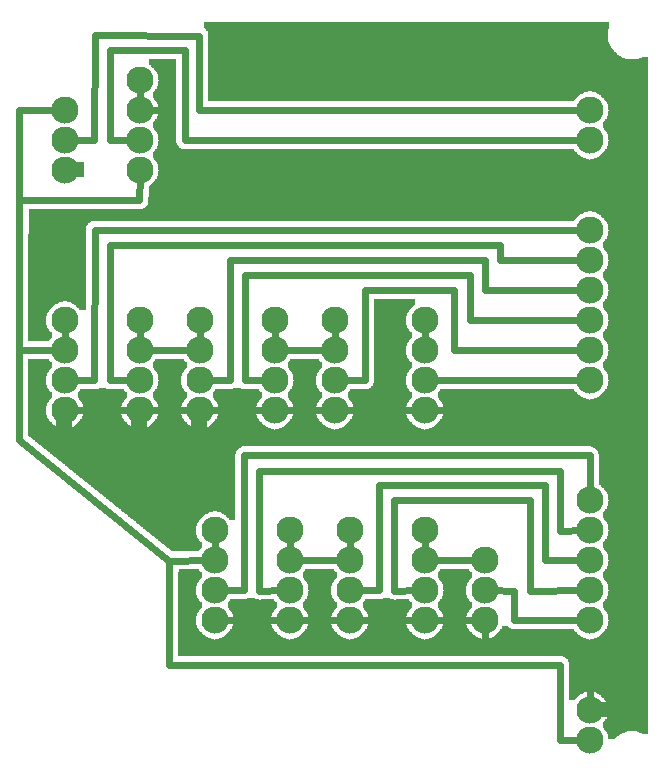
<source format=gbl>
G04 MADE WITH FRITZING*
G04 WWW.FRITZING.ORG*
G04 DOUBLE SIDED*
G04 HOLES PLATED*
G04 CONTOUR ON CENTER OF CONTOUR VECTOR*
%ASAXBY*%
%FSLAX23Y23*%
%MOIN*%
%OFA0B0*%
%SFA1.0B1.0*%
%ADD10C,0.075000*%
%ADD11C,0.090551*%
%ADD12C,0.024000*%
%ADD13R,0.001000X0.001000*%
%LNCOPPER0*%
G90*
G70*
G54D10*
X798Y2473D03*
G54D11*
X2002Y237D03*
X2002Y137D03*
X252Y2237D03*
X252Y2137D03*
X252Y2037D03*
X1452Y837D03*
X1452Y737D03*
X1452Y637D03*
X1452Y537D03*
X752Y837D03*
X752Y737D03*
X752Y637D03*
X752Y537D03*
X1002Y837D03*
X1002Y737D03*
X1002Y637D03*
X1002Y537D03*
X1202Y837D03*
X1202Y737D03*
X1202Y637D03*
X1202Y537D03*
X252Y1537D03*
X252Y1437D03*
X252Y1337D03*
X252Y1237D03*
X1452Y1537D03*
X1452Y1437D03*
X1452Y1337D03*
X1452Y1237D03*
X502Y1537D03*
X502Y1437D03*
X502Y1337D03*
X502Y1237D03*
X502Y2337D03*
X502Y2237D03*
X502Y2137D03*
X502Y2037D03*
X1152Y1537D03*
X1152Y1437D03*
X1152Y1337D03*
X1152Y1237D03*
X702Y1537D03*
X702Y1437D03*
X702Y1337D03*
X702Y1237D03*
X952Y1537D03*
X952Y1437D03*
X952Y1337D03*
X952Y1237D03*
X2002Y2237D03*
X2002Y2137D03*
X2002Y1837D03*
X2002Y1737D03*
X2002Y1637D03*
X2002Y1537D03*
X2002Y1437D03*
X2002Y1337D03*
X2002Y937D03*
X2002Y837D03*
X2002Y737D03*
X2002Y637D03*
X2002Y537D03*
X1652Y737D03*
X1652Y637D03*
X1652Y537D03*
G54D12*
X252Y1461D02*
X252Y1512D01*
D02*
X602Y2238D02*
X527Y2237D01*
D02*
X602Y1936D02*
X602Y2238D01*
D02*
X2103Y1936D02*
X602Y1936D01*
D02*
X2103Y1235D02*
X2103Y1936D01*
D02*
X2103Y1235D02*
X2101Y436D01*
D02*
X2101Y436D02*
X2002Y436D01*
D02*
X2002Y436D02*
X1653Y435D01*
D02*
X1653Y435D02*
X1652Y512D01*
D02*
X2002Y436D02*
X2002Y261D01*
D02*
X101Y2238D02*
X227Y2237D01*
D02*
X101Y1438D02*
X101Y1936D01*
D02*
X101Y1936D02*
X101Y2238D01*
D02*
X101Y1138D02*
X101Y1438D01*
D02*
X101Y1438D02*
X227Y1437D01*
D02*
X601Y735D02*
X101Y1138D01*
D02*
X601Y388D02*
X601Y735D01*
D02*
X601Y735D02*
X727Y736D01*
D02*
X1903Y136D02*
X1977Y137D01*
D02*
X601Y388D02*
X1903Y388D01*
D02*
X1903Y388D02*
X1903Y136D01*
D02*
X927Y1237D02*
X727Y1237D01*
D02*
X1677Y636D02*
X1751Y635D01*
D02*
X1751Y635D02*
X1751Y537D01*
D02*
X1751Y537D02*
X1977Y537D01*
D02*
X901Y635D02*
X977Y636D01*
D02*
X901Y1035D02*
X901Y635D01*
D02*
X1903Y1035D02*
X901Y1035D01*
D02*
X1903Y835D02*
X1903Y1035D01*
D02*
X1977Y836D02*
X1903Y835D01*
D02*
X1202Y761D02*
X1202Y812D01*
D02*
X1152Y1461D02*
X1152Y1512D01*
D02*
X277Y1336D02*
X351Y1336D01*
D02*
X351Y1336D02*
X352Y1838D01*
D02*
X352Y1838D02*
X1977Y1837D01*
D02*
X1177Y537D02*
X1027Y537D01*
D02*
X851Y638D02*
X777Y637D01*
D02*
X851Y1086D02*
X851Y638D01*
D02*
X2002Y1086D02*
X851Y1086D01*
D02*
X2002Y961D02*
X2002Y1086D01*
D02*
X1002Y761D02*
X1002Y812D01*
D02*
X977Y1437D02*
X1127Y1437D01*
D02*
X977Y537D02*
X777Y537D01*
D02*
X477Y1237D02*
X277Y1237D01*
D02*
X702Y1461D02*
X702Y1512D01*
D02*
X1477Y737D02*
X1627Y737D01*
D02*
X853Y1337D02*
X927Y1337D01*
D02*
X853Y1686D02*
X853Y1337D01*
D02*
X1602Y1686D02*
X853Y1686D01*
D02*
X1602Y1536D02*
X1602Y1686D01*
D02*
X1977Y1537D02*
X1602Y1536D01*
D02*
X1452Y761D02*
X1452Y812D01*
D02*
X1977Y1437D02*
X1551Y1438D01*
D02*
X1551Y1438D02*
X1551Y1638D01*
D02*
X1551Y1638D02*
X1253Y1638D01*
D02*
X1253Y1638D02*
X1253Y1337D01*
D02*
X1253Y1337D02*
X1177Y1337D01*
D02*
X677Y1237D02*
X527Y1237D01*
D02*
X527Y1437D02*
X677Y1437D01*
D02*
X502Y1461D02*
X502Y1512D01*
D02*
X1627Y537D02*
X1477Y537D01*
D02*
X1477Y1337D02*
X1977Y1337D01*
D02*
X403Y1337D02*
X477Y1337D01*
D02*
X403Y1787D02*
X403Y1337D01*
D02*
X1703Y1787D02*
X403Y1787D01*
D02*
X1703Y1736D02*
X1703Y1787D01*
D02*
X1977Y1737D02*
X1703Y1736D01*
D02*
X752Y761D02*
X752Y812D01*
D02*
X1452Y1461D02*
X1452Y1512D01*
D02*
X1300Y637D02*
X1227Y637D01*
D02*
X1300Y988D02*
X1300Y637D01*
D02*
X1853Y988D02*
X1300Y988D01*
D02*
X1853Y737D02*
X1853Y988D01*
D02*
X1977Y737D02*
X1853Y737D01*
D02*
X1351Y635D02*
X1427Y636D01*
D02*
X1351Y937D02*
X1351Y635D01*
D02*
X1802Y937D02*
X1351Y937D01*
D02*
X1802Y635D02*
X1802Y937D01*
D02*
X1977Y636D02*
X1802Y635D01*
D02*
X1427Y537D02*
X1227Y537D01*
D02*
X952Y1461D02*
X952Y1512D01*
D02*
X1427Y1237D02*
X1177Y1237D01*
D02*
X351Y2136D02*
X352Y2486D01*
D02*
X277Y2136D02*
X351Y2136D01*
D02*
X352Y2486D02*
X701Y2485D01*
D02*
X701Y2485D02*
X701Y2238D01*
D02*
X701Y2238D02*
X1977Y2237D01*
D02*
X1127Y1237D02*
X977Y1237D01*
D02*
X1977Y1637D02*
X1653Y1638D01*
D02*
X1653Y1638D02*
X1653Y1736D01*
D02*
X1653Y1736D02*
X802Y1736D01*
D02*
X802Y1736D02*
X802Y1337D01*
D02*
X802Y1337D02*
X727Y1337D01*
D02*
X1027Y737D02*
X1177Y737D01*
D02*
X653Y2136D02*
X653Y2438D01*
D02*
X1977Y2137D02*
X653Y2136D01*
D02*
X403Y2438D02*
X403Y2136D01*
D02*
X653Y2438D02*
X403Y2438D01*
D02*
X403Y2136D02*
X477Y2136D01*
D02*
X501Y1936D02*
X502Y2012D01*
D02*
X101Y1936D02*
X501Y1936D01*
D02*
X502Y2261D02*
X502Y2312D01*
D02*
X2103Y1235D02*
X1477Y1237D01*
G36*
X716Y2530D02*
X716Y2510D01*
X718Y2510D01*
X718Y2508D01*
X720Y2508D01*
X720Y2506D01*
X722Y2506D01*
X722Y2504D01*
X724Y2504D01*
X724Y2502D01*
X726Y2502D01*
X726Y2500D01*
X728Y2500D01*
X728Y2494D01*
X730Y2494D01*
X730Y2406D01*
X2126Y2406D01*
X2126Y2408D01*
X2120Y2408D01*
X2120Y2410D01*
X2114Y2410D01*
X2114Y2412D01*
X2110Y2412D01*
X2110Y2414D01*
X2106Y2414D01*
X2106Y2416D01*
X2102Y2416D01*
X2102Y2418D01*
X2100Y2418D01*
X2100Y2420D01*
X2096Y2420D01*
X2096Y2422D01*
X2094Y2422D01*
X2094Y2424D01*
X2092Y2424D01*
X2092Y2426D01*
X2090Y2426D01*
X2090Y2428D01*
X2088Y2428D01*
X2088Y2430D01*
X2086Y2430D01*
X2086Y2432D01*
X2084Y2432D01*
X2084Y2434D01*
X2082Y2434D01*
X2082Y2436D01*
X2080Y2436D01*
X2080Y2438D01*
X2078Y2438D01*
X2078Y2440D01*
X2076Y2440D01*
X2076Y2444D01*
X2074Y2444D01*
X2074Y2446D01*
X2072Y2446D01*
X2072Y2450D01*
X2070Y2450D01*
X2070Y2454D01*
X2068Y2454D01*
X2068Y2458D01*
X2066Y2458D01*
X2066Y2464D01*
X2064Y2464D01*
X2064Y2472D01*
X2062Y2472D01*
X2062Y2500D01*
X2064Y2500D01*
X2064Y2508D01*
X2066Y2508D01*
X2066Y2530D01*
X716Y2530D01*
G37*
D02*
G36*
X2176Y2414D02*
X2176Y2412D01*
X2170Y2412D01*
X2170Y2410D01*
X2166Y2410D01*
X2166Y2408D01*
X2158Y2408D01*
X2158Y2406D01*
X2196Y2406D01*
X2196Y2414D01*
X2176Y2414D01*
G37*
D02*
G36*
X532Y2408D02*
X532Y2388D01*
X536Y2388D01*
X536Y2386D01*
X538Y2386D01*
X538Y2384D01*
X540Y2384D01*
X540Y2382D01*
X542Y2382D01*
X542Y2380D01*
X544Y2380D01*
X544Y2378D01*
X546Y2378D01*
X546Y2376D01*
X548Y2376D01*
X548Y2374D01*
X550Y2374D01*
X550Y2372D01*
X552Y2372D01*
X552Y2370D01*
X554Y2370D01*
X554Y2366D01*
X556Y2366D01*
X556Y2364D01*
X558Y2364D01*
X558Y2360D01*
X560Y2360D01*
X560Y2356D01*
X562Y2356D01*
X562Y2350D01*
X564Y2350D01*
X564Y2338D01*
X566Y2338D01*
X566Y2334D01*
X564Y2334D01*
X564Y2322D01*
X562Y2322D01*
X562Y2316D01*
X560Y2316D01*
X560Y2312D01*
X558Y2312D01*
X558Y2308D01*
X556Y2308D01*
X556Y2306D01*
X554Y2306D01*
X554Y2302D01*
X552Y2302D01*
X552Y2300D01*
X550Y2300D01*
X550Y2298D01*
X548Y2298D01*
X548Y2296D01*
X546Y2296D01*
X546Y2276D01*
X548Y2276D01*
X548Y2274D01*
X550Y2274D01*
X550Y2272D01*
X552Y2272D01*
X552Y2270D01*
X554Y2270D01*
X554Y2266D01*
X556Y2266D01*
X556Y2264D01*
X558Y2264D01*
X558Y2260D01*
X560Y2260D01*
X560Y2256D01*
X562Y2256D01*
X562Y2250D01*
X564Y2250D01*
X564Y2238D01*
X566Y2238D01*
X566Y2234D01*
X564Y2234D01*
X564Y2222D01*
X562Y2222D01*
X562Y2216D01*
X560Y2216D01*
X560Y2212D01*
X558Y2212D01*
X558Y2208D01*
X556Y2208D01*
X556Y2206D01*
X554Y2206D01*
X554Y2202D01*
X552Y2202D01*
X552Y2200D01*
X550Y2200D01*
X550Y2198D01*
X548Y2198D01*
X548Y2196D01*
X546Y2196D01*
X546Y2176D01*
X548Y2176D01*
X548Y2174D01*
X550Y2174D01*
X550Y2172D01*
X552Y2172D01*
X552Y2170D01*
X554Y2170D01*
X554Y2166D01*
X556Y2166D01*
X556Y2164D01*
X558Y2164D01*
X558Y2160D01*
X560Y2160D01*
X560Y2156D01*
X562Y2156D01*
X562Y2150D01*
X564Y2150D01*
X564Y2138D01*
X566Y2138D01*
X566Y2134D01*
X564Y2134D01*
X564Y2122D01*
X562Y2122D01*
X562Y2116D01*
X560Y2116D01*
X560Y2112D01*
X558Y2112D01*
X558Y2108D01*
X556Y2108D01*
X556Y2106D01*
X554Y2106D01*
X554Y2102D01*
X552Y2102D01*
X552Y2100D01*
X550Y2100D01*
X550Y2098D01*
X548Y2098D01*
X548Y2096D01*
X546Y2096D01*
X546Y2076D01*
X548Y2076D01*
X548Y2074D01*
X550Y2074D01*
X550Y2072D01*
X2000Y2072D01*
X2000Y2074D01*
X1988Y2074D01*
X1988Y2076D01*
X1982Y2076D01*
X1982Y2078D01*
X1978Y2078D01*
X1978Y2080D01*
X1974Y2080D01*
X1974Y2082D01*
X1972Y2082D01*
X1972Y2084D01*
X1968Y2084D01*
X1968Y2086D01*
X1966Y2086D01*
X1966Y2088D01*
X1964Y2088D01*
X1964Y2090D01*
X1962Y2090D01*
X1962Y2092D01*
X1960Y2092D01*
X1960Y2094D01*
X1958Y2094D01*
X1958Y2096D01*
X1956Y2096D01*
X1956Y2098D01*
X1954Y2098D01*
X1954Y2100D01*
X1952Y2100D01*
X1952Y2102D01*
X1950Y2102D01*
X1950Y2106D01*
X644Y2106D01*
X644Y2108D01*
X640Y2108D01*
X640Y2110D01*
X636Y2110D01*
X636Y2112D01*
X634Y2112D01*
X634Y2114D01*
X632Y2114D01*
X632Y2116D01*
X630Y2116D01*
X630Y2118D01*
X628Y2118D01*
X628Y2122D01*
X626Y2122D01*
X626Y2126D01*
X624Y2126D01*
X624Y2408D01*
X532Y2408D01*
G37*
D02*
G36*
X730Y2406D02*
X730Y2404D01*
X2196Y2404D01*
X2196Y2406D01*
X730Y2406D01*
G37*
D02*
G36*
X730Y2406D02*
X730Y2404D01*
X2196Y2404D01*
X2196Y2406D01*
X730Y2406D01*
G37*
D02*
G36*
X730Y2404D02*
X730Y2300D01*
X2008Y2300D01*
X2008Y2298D01*
X2016Y2298D01*
X2016Y2296D01*
X2022Y2296D01*
X2022Y2294D01*
X2026Y2294D01*
X2026Y2292D01*
X2030Y2292D01*
X2030Y2290D01*
X2032Y2290D01*
X2032Y2288D01*
X2036Y2288D01*
X2036Y2286D01*
X2038Y2286D01*
X2038Y2284D01*
X2040Y2284D01*
X2040Y2282D01*
X2042Y2282D01*
X2042Y2280D01*
X2044Y2280D01*
X2044Y2278D01*
X2046Y2278D01*
X2046Y2276D01*
X2048Y2276D01*
X2048Y2274D01*
X2050Y2274D01*
X2050Y2272D01*
X2052Y2272D01*
X2052Y2270D01*
X2054Y2270D01*
X2054Y2266D01*
X2056Y2266D01*
X2056Y2264D01*
X2058Y2264D01*
X2058Y2260D01*
X2060Y2260D01*
X2060Y2256D01*
X2062Y2256D01*
X2062Y2250D01*
X2064Y2250D01*
X2064Y2238D01*
X2066Y2238D01*
X2066Y2234D01*
X2064Y2234D01*
X2064Y2222D01*
X2062Y2222D01*
X2062Y2216D01*
X2060Y2216D01*
X2060Y2212D01*
X2058Y2212D01*
X2058Y2208D01*
X2056Y2208D01*
X2056Y2206D01*
X2054Y2206D01*
X2054Y2202D01*
X2052Y2202D01*
X2052Y2200D01*
X2050Y2200D01*
X2050Y2198D01*
X2048Y2198D01*
X2048Y2196D01*
X2046Y2196D01*
X2046Y2176D01*
X2048Y2176D01*
X2048Y2174D01*
X2050Y2174D01*
X2050Y2172D01*
X2052Y2172D01*
X2052Y2170D01*
X2054Y2170D01*
X2054Y2166D01*
X2056Y2166D01*
X2056Y2164D01*
X2058Y2164D01*
X2058Y2160D01*
X2060Y2160D01*
X2060Y2156D01*
X2062Y2156D01*
X2062Y2150D01*
X2064Y2150D01*
X2064Y2138D01*
X2066Y2138D01*
X2066Y2134D01*
X2064Y2134D01*
X2064Y2122D01*
X2062Y2122D01*
X2062Y2116D01*
X2060Y2116D01*
X2060Y2112D01*
X2058Y2112D01*
X2058Y2108D01*
X2056Y2108D01*
X2056Y2106D01*
X2054Y2106D01*
X2054Y2102D01*
X2052Y2102D01*
X2052Y2100D01*
X2050Y2100D01*
X2050Y2098D01*
X2048Y2098D01*
X2048Y2096D01*
X2046Y2096D01*
X2046Y2094D01*
X2044Y2094D01*
X2044Y2092D01*
X2042Y2092D01*
X2042Y2090D01*
X2040Y2090D01*
X2040Y2088D01*
X2038Y2088D01*
X2038Y2086D01*
X2036Y2086D01*
X2036Y2084D01*
X2032Y2084D01*
X2032Y2082D01*
X2030Y2082D01*
X2030Y2080D01*
X2026Y2080D01*
X2026Y2078D01*
X2020Y2078D01*
X2020Y2076D01*
X2016Y2076D01*
X2016Y2074D01*
X2004Y2074D01*
X2004Y2072D01*
X2196Y2072D01*
X2196Y2404D01*
X730Y2404D01*
G37*
D02*
G36*
X730Y2300D02*
X730Y2268D01*
X1012Y2268D01*
X1012Y2266D01*
X1948Y2266D01*
X1948Y2268D01*
X1950Y2268D01*
X1950Y2270D01*
X1952Y2270D01*
X1952Y2272D01*
X1954Y2272D01*
X1954Y2274D01*
X1956Y2274D01*
X1956Y2276D01*
X1958Y2276D01*
X1958Y2280D01*
X1962Y2280D01*
X1962Y2282D01*
X1964Y2282D01*
X1964Y2284D01*
X1966Y2284D01*
X1966Y2286D01*
X1968Y2286D01*
X1968Y2288D01*
X1970Y2288D01*
X1970Y2290D01*
X1974Y2290D01*
X1974Y2292D01*
X1978Y2292D01*
X1978Y2294D01*
X1982Y2294D01*
X1982Y2296D01*
X1988Y2296D01*
X1988Y2298D01*
X1996Y2298D01*
X1996Y2300D01*
X730Y2300D01*
G37*
D02*
G36*
X552Y2072D02*
X552Y2070D01*
X2196Y2070D01*
X2196Y2072D01*
X552Y2072D01*
G37*
D02*
G36*
X552Y2072D02*
X552Y2070D01*
X2196Y2070D01*
X2196Y2072D01*
X552Y2072D01*
G37*
D02*
G36*
X554Y2070D02*
X554Y2066D01*
X556Y2066D01*
X556Y2064D01*
X558Y2064D01*
X558Y2060D01*
X560Y2060D01*
X560Y2056D01*
X562Y2056D01*
X562Y2050D01*
X564Y2050D01*
X564Y2038D01*
X566Y2038D01*
X566Y2034D01*
X564Y2034D01*
X564Y2022D01*
X562Y2022D01*
X562Y2016D01*
X560Y2016D01*
X560Y2012D01*
X558Y2012D01*
X558Y2008D01*
X556Y2008D01*
X556Y2006D01*
X554Y2006D01*
X554Y2002D01*
X552Y2002D01*
X552Y2000D01*
X550Y2000D01*
X550Y1998D01*
X548Y1998D01*
X548Y1996D01*
X546Y1996D01*
X546Y1994D01*
X544Y1994D01*
X544Y1992D01*
X542Y1992D01*
X542Y1990D01*
X540Y1990D01*
X540Y1988D01*
X538Y1988D01*
X538Y1986D01*
X536Y1986D01*
X536Y1984D01*
X532Y1984D01*
X532Y1946D01*
X530Y1946D01*
X530Y1926D01*
X528Y1926D01*
X528Y1922D01*
X526Y1922D01*
X526Y1918D01*
X524Y1918D01*
X524Y1916D01*
X522Y1916D01*
X522Y1914D01*
X520Y1914D01*
X520Y1912D01*
X518Y1912D01*
X518Y1910D01*
X514Y1910D01*
X514Y1908D01*
X508Y1908D01*
X508Y1906D01*
X132Y1906D01*
X132Y1900D01*
X2008Y1900D01*
X2008Y1898D01*
X2016Y1898D01*
X2016Y1896D01*
X2022Y1896D01*
X2022Y1894D01*
X2026Y1894D01*
X2026Y1892D01*
X2030Y1892D01*
X2030Y1890D01*
X2032Y1890D01*
X2032Y1888D01*
X2036Y1888D01*
X2036Y1886D01*
X2038Y1886D01*
X2038Y1884D01*
X2040Y1884D01*
X2040Y1882D01*
X2042Y1882D01*
X2042Y1880D01*
X2044Y1880D01*
X2044Y1878D01*
X2046Y1878D01*
X2046Y1876D01*
X2048Y1876D01*
X2048Y1874D01*
X2050Y1874D01*
X2050Y1872D01*
X2052Y1872D01*
X2052Y1870D01*
X2054Y1870D01*
X2054Y1866D01*
X2056Y1866D01*
X2056Y1864D01*
X2058Y1864D01*
X2058Y1860D01*
X2060Y1860D01*
X2060Y1856D01*
X2062Y1856D01*
X2062Y1850D01*
X2064Y1850D01*
X2064Y1838D01*
X2066Y1838D01*
X2066Y1834D01*
X2064Y1834D01*
X2064Y1822D01*
X2062Y1822D01*
X2062Y1816D01*
X2060Y1816D01*
X2060Y1812D01*
X2058Y1812D01*
X2058Y1808D01*
X2056Y1808D01*
X2056Y1806D01*
X2054Y1806D01*
X2054Y1802D01*
X2052Y1802D01*
X2052Y1800D01*
X2050Y1800D01*
X2050Y1798D01*
X2048Y1798D01*
X2048Y1796D01*
X2046Y1796D01*
X2046Y1776D01*
X2048Y1776D01*
X2048Y1774D01*
X2050Y1774D01*
X2050Y1772D01*
X2052Y1772D01*
X2052Y1770D01*
X2054Y1770D01*
X2054Y1766D01*
X2056Y1766D01*
X2056Y1764D01*
X2058Y1764D01*
X2058Y1760D01*
X2060Y1760D01*
X2060Y1756D01*
X2062Y1756D01*
X2062Y1750D01*
X2064Y1750D01*
X2064Y1738D01*
X2066Y1738D01*
X2066Y1734D01*
X2064Y1734D01*
X2064Y1722D01*
X2062Y1722D01*
X2062Y1716D01*
X2060Y1716D01*
X2060Y1712D01*
X2058Y1712D01*
X2058Y1708D01*
X2056Y1708D01*
X2056Y1706D01*
X2054Y1706D01*
X2054Y1702D01*
X2052Y1702D01*
X2052Y1700D01*
X2050Y1700D01*
X2050Y1698D01*
X2048Y1698D01*
X2048Y1696D01*
X2046Y1696D01*
X2046Y1676D01*
X2048Y1676D01*
X2048Y1674D01*
X2050Y1674D01*
X2050Y1672D01*
X2052Y1672D01*
X2052Y1670D01*
X2054Y1670D01*
X2054Y1666D01*
X2056Y1666D01*
X2056Y1664D01*
X2058Y1664D01*
X2058Y1660D01*
X2060Y1660D01*
X2060Y1656D01*
X2062Y1656D01*
X2062Y1650D01*
X2064Y1650D01*
X2064Y1638D01*
X2066Y1638D01*
X2066Y1634D01*
X2064Y1634D01*
X2064Y1622D01*
X2062Y1622D01*
X2062Y1616D01*
X2060Y1616D01*
X2060Y1612D01*
X2058Y1612D01*
X2058Y1608D01*
X2056Y1608D01*
X2056Y1606D01*
X2054Y1606D01*
X2054Y1602D01*
X2052Y1602D01*
X2052Y1600D01*
X2050Y1600D01*
X2050Y1598D01*
X2048Y1598D01*
X2048Y1596D01*
X2046Y1596D01*
X2046Y1576D01*
X2048Y1576D01*
X2048Y1574D01*
X2050Y1574D01*
X2050Y1572D01*
X2052Y1572D01*
X2052Y1570D01*
X2054Y1570D01*
X2054Y1566D01*
X2056Y1566D01*
X2056Y1564D01*
X2058Y1564D01*
X2058Y1560D01*
X2060Y1560D01*
X2060Y1556D01*
X2062Y1556D01*
X2062Y1550D01*
X2064Y1550D01*
X2064Y1538D01*
X2066Y1538D01*
X2066Y1534D01*
X2064Y1534D01*
X2064Y1522D01*
X2062Y1522D01*
X2062Y1516D01*
X2060Y1516D01*
X2060Y1512D01*
X2058Y1512D01*
X2058Y1508D01*
X2056Y1508D01*
X2056Y1506D01*
X2054Y1506D01*
X2054Y1502D01*
X2052Y1502D01*
X2052Y1500D01*
X2050Y1500D01*
X2050Y1498D01*
X2048Y1498D01*
X2048Y1496D01*
X2046Y1496D01*
X2046Y1476D01*
X2048Y1476D01*
X2048Y1474D01*
X2050Y1474D01*
X2050Y1472D01*
X2052Y1472D01*
X2052Y1470D01*
X2054Y1470D01*
X2054Y1466D01*
X2056Y1466D01*
X2056Y1464D01*
X2058Y1464D01*
X2058Y1460D01*
X2060Y1460D01*
X2060Y1456D01*
X2062Y1456D01*
X2062Y1450D01*
X2064Y1450D01*
X2064Y1438D01*
X2066Y1438D01*
X2066Y1434D01*
X2064Y1434D01*
X2064Y1422D01*
X2062Y1422D01*
X2062Y1416D01*
X2060Y1416D01*
X2060Y1412D01*
X2058Y1412D01*
X2058Y1408D01*
X2056Y1408D01*
X2056Y1406D01*
X2054Y1406D01*
X2054Y1402D01*
X2052Y1402D01*
X2052Y1400D01*
X2050Y1400D01*
X2050Y1398D01*
X2048Y1398D01*
X2048Y1396D01*
X2046Y1396D01*
X2046Y1376D01*
X2048Y1376D01*
X2048Y1374D01*
X2050Y1374D01*
X2050Y1372D01*
X2052Y1372D01*
X2052Y1370D01*
X2054Y1370D01*
X2054Y1366D01*
X2056Y1366D01*
X2056Y1364D01*
X2058Y1364D01*
X2058Y1360D01*
X2060Y1360D01*
X2060Y1356D01*
X2062Y1356D01*
X2062Y1350D01*
X2064Y1350D01*
X2064Y1338D01*
X2066Y1338D01*
X2066Y1334D01*
X2064Y1334D01*
X2064Y1322D01*
X2062Y1322D01*
X2062Y1316D01*
X2060Y1316D01*
X2060Y1312D01*
X2058Y1312D01*
X2058Y1308D01*
X2056Y1308D01*
X2056Y1306D01*
X2054Y1306D01*
X2054Y1302D01*
X2052Y1302D01*
X2052Y1300D01*
X2050Y1300D01*
X2050Y1298D01*
X2048Y1298D01*
X2048Y1296D01*
X2046Y1296D01*
X2046Y1294D01*
X2044Y1294D01*
X2044Y1292D01*
X2042Y1292D01*
X2042Y1290D01*
X2040Y1290D01*
X2040Y1288D01*
X2038Y1288D01*
X2038Y1286D01*
X2036Y1286D01*
X2036Y1284D01*
X2032Y1284D01*
X2032Y1282D01*
X2030Y1282D01*
X2030Y1280D01*
X2026Y1280D01*
X2026Y1278D01*
X2020Y1278D01*
X2020Y1276D01*
X2016Y1276D01*
X2016Y1274D01*
X2004Y1274D01*
X2004Y1272D01*
X2196Y1272D01*
X2196Y2070D01*
X554Y2070D01*
G37*
D02*
G36*
X132Y1900D02*
X132Y1868D01*
X958Y1868D01*
X958Y1866D01*
X1948Y1866D01*
X1948Y1868D01*
X1950Y1868D01*
X1950Y1870D01*
X1952Y1870D01*
X1952Y1872D01*
X1954Y1872D01*
X1954Y1874D01*
X1956Y1874D01*
X1956Y1876D01*
X1958Y1876D01*
X1958Y1880D01*
X1962Y1880D01*
X1962Y1882D01*
X1964Y1882D01*
X1964Y1884D01*
X1966Y1884D01*
X1966Y1886D01*
X1968Y1886D01*
X1968Y1888D01*
X1970Y1888D01*
X1970Y1890D01*
X1974Y1890D01*
X1974Y1892D01*
X1978Y1892D01*
X1978Y1894D01*
X1982Y1894D01*
X1982Y1896D01*
X1988Y1896D01*
X1988Y1898D01*
X1996Y1898D01*
X1996Y1900D01*
X132Y1900D01*
G37*
D02*
G36*
X132Y1868D02*
X132Y1824D01*
X130Y1824D01*
X130Y1600D01*
X258Y1600D01*
X258Y1598D01*
X266Y1598D01*
X266Y1596D01*
X272Y1596D01*
X272Y1594D01*
X276Y1594D01*
X276Y1592D01*
X280Y1592D01*
X280Y1590D01*
X282Y1590D01*
X282Y1588D01*
X286Y1588D01*
X286Y1586D01*
X288Y1586D01*
X288Y1584D01*
X290Y1584D01*
X290Y1582D01*
X292Y1582D01*
X292Y1580D01*
X294Y1580D01*
X294Y1578D01*
X296Y1578D01*
X296Y1576D01*
X298Y1576D01*
X298Y1574D01*
X300Y1574D01*
X300Y1572D01*
X302Y1572D01*
X302Y1570D01*
X322Y1570D01*
X322Y1846D01*
X324Y1846D01*
X324Y1850D01*
X326Y1850D01*
X326Y1854D01*
X328Y1854D01*
X328Y1856D01*
X330Y1856D01*
X330Y1860D01*
X334Y1860D01*
X334Y1862D01*
X336Y1862D01*
X336Y1864D01*
X340Y1864D01*
X340Y1866D01*
X346Y1866D01*
X346Y1868D01*
X132Y1868D01*
G37*
D02*
G36*
X1282Y1608D02*
X1282Y1326D01*
X1280Y1326D01*
X1280Y1322D01*
X1278Y1322D01*
X1278Y1318D01*
X1276Y1318D01*
X1276Y1316D01*
X1274Y1316D01*
X1274Y1314D01*
X1272Y1314D01*
X1272Y1312D01*
X1270Y1312D01*
X1270Y1310D01*
X1266Y1310D01*
X1266Y1308D01*
X1260Y1308D01*
X1260Y1306D01*
X1204Y1306D01*
X1204Y1302D01*
X1202Y1302D01*
X1202Y1300D01*
X1200Y1300D01*
X1200Y1298D01*
X1198Y1298D01*
X1198Y1296D01*
X1196Y1296D01*
X1196Y1276D01*
X1198Y1276D01*
X1198Y1274D01*
X1200Y1274D01*
X1200Y1272D01*
X1202Y1272D01*
X1202Y1270D01*
X1204Y1270D01*
X1204Y1266D01*
X1206Y1266D01*
X1206Y1264D01*
X1208Y1264D01*
X1208Y1260D01*
X1210Y1260D01*
X1210Y1256D01*
X1212Y1256D01*
X1212Y1250D01*
X1214Y1250D01*
X1214Y1238D01*
X1216Y1238D01*
X1216Y1234D01*
X1214Y1234D01*
X1214Y1222D01*
X1212Y1222D01*
X1212Y1216D01*
X1210Y1216D01*
X1210Y1212D01*
X1208Y1212D01*
X1208Y1208D01*
X1206Y1208D01*
X1206Y1206D01*
X1204Y1206D01*
X1204Y1202D01*
X1202Y1202D01*
X1202Y1200D01*
X1200Y1200D01*
X1200Y1198D01*
X1198Y1198D01*
X1198Y1196D01*
X1196Y1196D01*
X1196Y1194D01*
X1194Y1194D01*
X1194Y1192D01*
X1192Y1192D01*
X1192Y1190D01*
X1190Y1190D01*
X1190Y1188D01*
X1188Y1188D01*
X1188Y1186D01*
X1186Y1186D01*
X1186Y1184D01*
X1182Y1184D01*
X1182Y1182D01*
X1180Y1182D01*
X1180Y1180D01*
X1176Y1180D01*
X1176Y1178D01*
X1170Y1178D01*
X1170Y1176D01*
X1166Y1176D01*
X1166Y1174D01*
X1154Y1174D01*
X1154Y1172D01*
X1450Y1172D01*
X1450Y1174D01*
X1438Y1174D01*
X1438Y1176D01*
X1432Y1176D01*
X1432Y1178D01*
X1428Y1178D01*
X1428Y1180D01*
X1424Y1180D01*
X1424Y1182D01*
X1422Y1182D01*
X1422Y1184D01*
X1418Y1184D01*
X1418Y1186D01*
X1416Y1186D01*
X1416Y1188D01*
X1414Y1188D01*
X1414Y1190D01*
X1412Y1190D01*
X1412Y1192D01*
X1410Y1192D01*
X1410Y1194D01*
X1408Y1194D01*
X1408Y1196D01*
X1406Y1196D01*
X1406Y1198D01*
X1404Y1198D01*
X1404Y1200D01*
X1402Y1200D01*
X1402Y1202D01*
X1400Y1202D01*
X1400Y1206D01*
X1398Y1206D01*
X1398Y1208D01*
X1396Y1208D01*
X1396Y1212D01*
X1394Y1212D01*
X1394Y1216D01*
X1392Y1216D01*
X1392Y1222D01*
X1390Y1222D01*
X1390Y1230D01*
X1388Y1230D01*
X1388Y1242D01*
X1390Y1242D01*
X1390Y1250D01*
X1392Y1250D01*
X1392Y1256D01*
X1394Y1256D01*
X1394Y1260D01*
X1396Y1260D01*
X1396Y1264D01*
X1398Y1264D01*
X1398Y1268D01*
X1400Y1268D01*
X1400Y1270D01*
X1402Y1270D01*
X1402Y1272D01*
X1404Y1272D01*
X1404Y1274D01*
X1406Y1274D01*
X1406Y1276D01*
X1408Y1276D01*
X1408Y1296D01*
X1406Y1296D01*
X1406Y1298D01*
X1404Y1298D01*
X1404Y1300D01*
X1402Y1300D01*
X1402Y1302D01*
X1400Y1302D01*
X1400Y1306D01*
X1398Y1306D01*
X1398Y1308D01*
X1396Y1308D01*
X1396Y1312D01*
X1394Y1312D01*
X1394Y1316D01*
X1392Y1316D01*
X1392Y1322D01*
X1390Y1322D01*
X1390Y1330D01*
X1388Y1330D01*
X1388Y1342D01*
X1390Y1342D01*
X1390Y1350D01*
X1392Y1350D01*
X1392Y1356D01*
X1394Y1356D01*
X1394Y1360D01*
X1396Y1360D01*
X1396Y1364D01*
X1398Y1364D01*
X1398Y1368D01*
X1400Y1368D01*
X1400Y1370D01*
X1402Y1370D01*
X1402Y1372D01*
X1404Y1372D01*
X1404Y1374D01*
X1406Y1374D01*
X1406Y1376D01*
X1408Y1376D01*
X1408Y1396D01*
X1406Y1396D01*
X1406Y1398D01*
X1404Y1398D01*
X1404Y1400D01*
X1402Y1400D01*
X1402Y1402D01*
X1400Y1402D01*
X1400Y1406D01*
X1398Y1406D01*
X1398Y1408D01*
X1396Y1408D01*
X1396Y1412D01*
X1394Y1412D01*
X1394Y1416D01*
X1392Y1416D01*
X1392Y1422D01*
X1390Y1422D01*
X1390Y1430D01*
X1388Y1430D01*
X1388Y1442D01*
X1390Y1442D01*
X1390Y1450D01*
X1392Y1450D01*
X1392Y1456D01*
X1394Y1456D01*
X1394Y1460D01*
X1396Y1460D01*
X1396Y1464D01*
X1398Y1464D01*
X1398Y1468D01*
X1400Y1468D01*
X1400Y1470D01*
X1402Y1470D01*
X1402Y1472D01*
X1404Y1472D01*
X1404Y1474D01*
X1406Y1474D01*
X1406Y1476D01*
X1408Y1476D01*
X1408Y1496D01*
X1406Y1496D01*
X1406Y1498D01*
X1404Y1498D01*
X1404Y1500D01*
X1402Y1500D01*
X1402Y1502D01*
X1400Y1502D01*
X1400Y1506D01*
X1398Y1506D01*
X1398Y1508D01*
X1396Y1508D01*
X1396Y1512D01*
X1394Y1512D01*
X1394Y1516D01*
X1392Y1516D01*
X1392Y1522D01*
X1390Y1522D01*
X1390Y1530D01*
X1388Y1530D01*
X1388Y1542D01*
X1390Y1542D01*
X1390Y1550D01*
X1392Y1550D01*
X1392Y1556D01*
X1394Y1556D01*
X1394Y1560D01*
X1396Y1560D01*
X1396Y1564D01*
X1398Y1564D01*
X1398Y1568D01*
X1400Y1568D01*
X1400Y1570D01*
X1402Y1570D01*
X1402Y1572D01*
X1404Y1572D01*
X1404Y1574D01*
X1406Y1574D01*
X1406Y1576D01*
X1408Y1576D01*
X1408Y1580D01*
X1412Y1580D01*
X1412Y1582D01*
X1414Y1582D01*
X1414Y1584D01*
X1416Y1584D01*
X1416Y1586D01*
X1418Y1586D01*
X1418Y1588D01*
X1420Y1588D01*
X1420Y1608D01*
X1282Y1608D01*
G37*
D02*
G36*
X130Y1600D02*
X130Y1468D01*
X154Y1468D01*
X154Y1466D01*
X198Y1466D01*
X198Y1468D01*
X200Y1468D01*
X200Y1470D01*
X202Y1470D01*
X202Y1472D01*
X204Y1472D01*
X204Y1474D01*
X206Y1474D01*
X206Y1476D01*
X208Y1476D01*
X208Y1496D01*
X206Y1496D01*
X206Y1498D01*
X204Y1498D01*
X204Y1500D01*
X202Y1500D01*
X202Y1502D01*
X200Y1502D01*
X200Y1506D01*
X198Y1506D01*
X198Y1508D01*
X196Y1508D01*
X196Y1512D01*
X194Y1512D01*
X194Y1516D01*
X192Y1516D01*
X192Y1522D01*
X190Y1522D01*
X190Y1530D01*
X188Y1530D01*
X188Y1542D01*
X190Y1542D01*
X190Y1550D01*
X192Y1550D01*
X192Y1556D01*
X194Y1556D01*
X194Y1560D01*
X196Y1560D01*
X196Y1564D01*
X198Y1564D01*
X198Y1568D01*
X200Y1568D01*
X200Y1570D01*
X202Y1570D01*
X202Y1572D01*
X204Y1572D01*
X204Y1574D01*
X206Y1574D01*
X206Y1576D01*
X208Y1576D01*
X208Y1580D01*
X212Y1580D01*
X212Y1582D01*
X214Y1582D01*
X214Y1584D01*
X216Y1584D01*
X216Y1586D01*
X218Y1586D01*
X218Y1588D01*
X220Y1588D01*
X220Y1590D01*
X224Y1590D01*
X224Y1592D01*
X228Y1592D01*
X228Y1594D01*
X232Y1594D01*
X232Y1596D01*
X238Y1596D01*
X238Y1598D01*
X246Y1598D01*
X246Y1600D01*
X130Y1600D01*
G37*
D02*
G36*
X130Y1408D02*
X130Y1172D01*
X250Y1172D01*
X250Y1174D01*
X238Y1174D01*
X238Y1176D01*
X232Y1176D01*
X232Y1178D01*
X228Y1178D01*
X228Y1180D01*
X224Y1180D01*
X224Y1182D01*
X222Y1182D01*
X222Y1184D01*
X218Y1184D01*
X218Y1186D01*
X216Y1186D01*
X216Y1188D01*
X214Y1188D01*
X214Y1190D01*
X212Y1190D01*
X212Y1192D01*
X210Y1192D01*
X210Y1194D01*
X208Y1194D01*
X208Y1196D01*
X206Y1196D01*
X206Y1198D01*
X204Y1198D01*
X204Y1200D01*
X202Y1200D01*
X202Y1202D01*
X200Y1202D01*
X200Y1206D01*
X198Y1206D01*
X198Y1208D01*
X196Y1208D01*
X196Y1212D01*
X194Y1212D01*
X194Y1216D01*
X192Y1216D01*
X192Y1222D01*
X190Y1222D01*
X190Y1230D01*
X188Y1230D01*
X188Y1242D01*
X190Y1242D01*
X190Y1250D01*
X192Y1250D01*
X192Y1256D01*
X194Y1256D01*
X194Y1260D01*
X196Y1260D01*
X196Y1264D01*
X198Y1264D01*
X198Y1268D01*
X200Y1268D01*
X200Y1270D01*
X202Y1270D01*
X202Y1272D01*
X204Y1272D01*
X204Y1274D01*
X206Y1274D01*
X206Y1276D01*
X208Y1276D01*
X208Y1296D01*
X206Y1296D01*
X206Y1298D01*
X204Y1298D01*
X204Y1300D01*
X202Y1300D01*
X202Y1302D01*
X200Y1302D01*
X200Y1306D01*
X198Y1306D01*
X198Y1308D01*
X196Y1308D01*
X196Y1312D01*
X194Y1312D01*
X194Y1316D01*
X192Y1316D01*
X192Y1322D01*
X190Y1322D01*
X190Y1330D01*
X188Y1330D01*
X188Y1342D01*
X190Y1342D01*
X190Y1350D01*
X192Y1350D01*
X192Y1356D01*
X194Y1356D01*
X194Y1360D01*
X196Y1360D01*
X196Y1364D01*
X198Y1364D01*
X198Y1368D01*
X200Y1368D01*
X200Y1370D01*
X202Y1370D01*
X202Y1372D01*
X204Y1372D01*
X204Y1374D01*
X206Y1374D01*
X206Y1376D01*
X208Y1376D01*
X208Y1396D01*
X206Y1396D01*
X206Y1398D01*
X204Y1398D01*
X204Y1400D01*
X202Y1400D01*
X202Y1402D01*
X200Y1402D01*
X200Y1406D01*
X152Y1406D01*
X152Y1408D01*
X130Y1408D01*
G37*
D02*
G36*
X554Y1406D02*
X554Y1402D01*
X552Y1402D01*
X552Y1400D01*
X550Y1400D01*
X550Y1398D01*
X548Y1398D01*
X548Y1396D01*
X546Y1396D01*
X546Y1376D01*
X548Y1376D01*
X548Y1374D01*
X550Y1374D01*
X550Y1372D01*
X552Y1372D01*
X552Y1370D01*
X554Y1370D01*
X554Y1366D01*
X556Y1366D01*
X556Y1364D01*
X558Y1364D01*
X558Y1360D01*
X560Y1360D01*
X560Y1356D01*
X562Y1356D01*
X562Y1350D01*
X564Y1350D01*
X564Y1338D01*
X566Y1338D01*
X566Y1334D01*
X564Y1334D01*
X564Y1322D01*
X562Y1322D01*
X562Y1316D01*
X560Y1316D01*
X560Y1312D01*
X558Y1312D01*
X558Y1308D01*
X556Y1308D01*
X556Y1306D01*
X554Y1306D01*
X554Y1302D01*
X552Y1302D01*
X552Y1300D01*
X550Y1300D01*
X550Y1298D01*
X548Y1298D01*
X548Y1296D01*
X546Y1296D01*
X546Y1276D01*
X548Y1276D01*
X548Y1274D01*
X550Y1274D01*
X550Y1272D01*
X552Y1272D01*
X552Y1270D01*
X554Y1270D01*
X554Y1266D01*
X556Y1266D01*
X556Y1264D01*
X558Y1264D01*
X558Y1260D01*
X560Y1260D01*
X560Y1256D01*
X562Y1256D01*
X562Y1250D01*
X564Y1250D01*
X564Y1238D01*
X566Y1238D01*
X566Y1234D01*
X564Y1234D01*
X564Y1222D01*
X562Y1222D01*
X562Y1216D01*
X560Y1216D01*
X560Y1212D01*
X558Y1212D01*
X558Y1208D01*
X556Y1208D01*
X556Y1206D01*
X554Y1206D01*
X554Y1202D01*
X552Y1202D01*
X552Y1200D01*
X550Y1200D01*
X550Y1198D01*
X548Y1198D01*
X548Y1196D01*
X546Y1196D01*
X546Y1194D01*
X544Y1194D01*
X544Y1192D01*
X542Y1192D01*
X542Y1190D01*
X540Y1190D01*
X540Y1188D01*
X538Y1188D01*
X538Y1186D01*
X536Y1186D01*
X536Y1184D01*
X532Y1184D01*
X532Y1182D01*
X530Y1182D01*
X530Y1180D01*
X526Y1180D01*
X526Y1178D01*
X520Y1178D01*
X520Y1176D01*
X516Y1176D01*
X516Y1174D01*
X504Y1174D01*
X504Y1172D01*
X700Y1172D01*
X700Y1174D01*
X688Y1174D01*
X688Y1176D01*
X682Y1176D01*
X682Y1178D01*
X678Y1178D01*
X678Y1180D01*
X674Y1180D01*
X674Y1182D01*
X672Y1182D01*
X672Y1184D01*
X668Y1184D01*
X668Y1186D01*
X666Y1186D01*
X666Y1188D01*
X664Y1188D01*
X664Y1190D01*
X662Y1190D01*
X662Y1192D01*
X660Y1192D01*
X660Y1194D01*
X658Y1194D01*
X658Y1196D01*
X656Y1196D01*
X656Y1198D01*
X654Y1198D01*
X654Y1200D01*
X652Y1200D01*
X652Y1202D01*
X650Y1202D01*
X650Y1206D01*
X648Y1206D01*
X648Y1208D01*
X646Y1208D01*
X646Y1212D01*
X644Y1212D01*
X644Y1216D01*
X642Y1216D01*
X642Y1222D01*
X640Y1222D01*
X640Y1230D01*
X638Y1230D01*
X638Y1242D01*
X640Y1242D01*
X640Y1250D01*
X642Y1250D01*
X642Y1256D01*
X644Y1256D01*
X644Y1260D01*
X646Y1260D01*
X646Y1264D01*
X648Y1264D01*
X648Y1268D01*
X650Y1268D01*
X650Y1270D01*
X652Y1270D01*
X652Y1272D01*
X654Y1272D01*
X654Y1274D01*
X656Y1274D01*
X656Y1276D01*
X658Y1276D01*
X658Y1296D01*
X656Y1296D01*
X656Y1298D01*
X654Y1298D01*
X654Y1300D01*
X652Y1300D01*
X652Y1302D01*
X650Y1302D01*
X650Y1306D01*
X648Y1306D01*
X648Y1308D01*
X646Y1308D01*
X646Y1312D01*
X644Y1312D01*
X644Y1316D01*
X642Y1316D01*
X642Y1322D01*
X640Y1322D01*
X640Y1330D01*
X638Y1330D01*
X638Y1342D01*
X640Y1342D01*
X640Y1350D01*
X642Y1350D01*
X642Y1356D01*
X644Y1356D01*
X644Y1360D01*
X646Y1360D01*
X646Y1364D01*
X648Y1364D01*
X648Y1368D01*
X650Y1368D01*
X650Y1370D01*
X652Y1370D01*
X652Y1372D01*
X654Y1372D01*
X654Y1374D01*
X656Y1374D01*
X656Y1376D01*
X658Y1376D01*
X658Y1396D01*
X656Y1396D01*
X656Y1398D01*
X654Y1398D01*
X654Y1400D01*
X652Y1400D01*
X652Y1402D01*
X650Y1402D01*
X650Y1406D01*
X554Y1406D01*
G37*
D02*
G36*
X1004Y1406D02*
X1004Y1402D01*
X1002Y1402D01*
X1002Y1400D01*
X1000Y1400D01*
X1000Y1398D01*
X998Y1398D01*
X998Y1396D01*
X996Y1396D01*
X996Y1376D01*
X998Y1376D01*
X998Y1374D01*
X1000Y1374D01*
X1000Y1372D01*
X1002Y1372D01*
X1002Y1370D01*
X1004Y1370D01*
X1004Y1366D01*
X1006Y1366D01*
X1006Y1364D01*
X1008Y1364D01*
X1008Y1360D01*
X1010Y1360D01*
X1010Y1356D01*
X1012Y1356D01*
X1012Y1350D01*
X1014Y1350D01*
X1014Y1338D01*
X1016Y1338D01*
X1016Y1334D01*
X1014Y1334D01*
X1014Y1322D01*
X1012Y1322D01*
X1012Y1316D01*
X1010Y1316D01*
X1010Y1312D01*
X1008Y1312D01*
X1008Y1308D01*
X1006Y1308D01*
X1006Y1306D01*
X1004Y1306D01*
X1004Y1302D01*
X1002Y1302D01*
X1002Y1300D01*
X1000Y1300D01*
X1000Y1298D01*
X998Y1298D01*
X998Y1296D01*
X996Y1296D01*
X996Y1276D01*
X998Y1276D01*
X998Y1274D01*
X1000Y1274D01*
X1000Y1272D01*
X1002Y1272D01*
X1002Y1270D01*
X1004Y1270D01*
X1004Y1266D01*
X1006Y1266D01*
X1006Y1264D01*
X1008Y1264D01*
X1008Y1260D01*
X1010Y1260D01*
X1010Y1256D01*
X1012Y1256D01*
X1012Y1250D01*
X1014Y1250D01*
X1014Y1238D01*
X1016Y1238D01*
X1016Y1234D01*
X1014Y1234D01*
X1014Y1222D01*
X1012Y1222D01*
X1012Y1216D01*
X1010Y1216D01*
X1010Y1212D01*
X1008Y1212D01*
X1008Y1208D01*
X1006Y1208D01*
X1006Y1206D01*
X1004Y1206D01*
X1004Y1202D01*
X1002Y1202D01*
X1002Y1200D01*
X1000Y1200D01*
X1000Y1198D01*
X998Y1198D01*
X998Y1196D01*
X996Y1196D01*
X996Y1194D01*
X994Y1194D01*
X994Y1192D01*
X992Y1192D01*
X992Y1190D01*
X990Y1190D01*
X990Y1188D01*
X988Y1188D01*
X988Y1186D01*
X986Y1186D01*
X986Y1184D01*
X982Y1184D01*
X982Y1182D01*
X980Y1182D01*
X980Y1180D01*
X976Y1180D01*
X976Y1178D01*
X970Y1178D01*
X970Y1176D01*
X966Y1176D01*
X966Y1174D01*
X954Y1174D01*
X954Y1172D01*
X1150Y1172D01*
X1150Y1174D01*
X1138Y1174D01*
X1138Y1176D01*
X1132Y1176D01*
X1132Y1178D01*
X1128Y1178D01*
X1128Y1180D01*
X1124Y1180D01*
X1124Y1182D01*
X1122Y1182D01*
X1122Y1184D01*
X1118Y1184D01*
X1118Y1186D01*
X1116Y1186D01*
X1116Y1188D01*
X1114Y1188D01*
X1114Y1190D01*
X1112Y1190D01*
X1112Y1192D01*
X1110Y1192D01*
X1110Y1194D01*
X1108Y1194D01*
X1108Y1196D01*
X1106Y1196D01*
X1106Y1198D01*
X1104Y1198D01*
X1104Y1200D01*
X1102Y1200D01*
X1102Y1202D01*
X1100Y1202D01*
X1100Y1206D01*
X1098Y1206D01*
X1098Y1208D01*
X1096Y1208D01*
X1096Y1212D01*
X1094Y1212D01*
X1094Y1216D01*
X1092Y1216D01*
X1092Y1222D01*
X1090Y1222D01*
X1090Y1230D01*
X1088Y1230D01*
X1088Y1242D01*
X1090Y1242D01*
X1090Y1250D01*
X1092Y1250D01*
X1092Y1256D01*
X1094Y1256D01*
X1094Y1260D01*
X1096Y1260D01*
X1096Y1264D01*
X1098Y1264D01*
X1098Y1268D01*
X1100Y1268D01*
X1100Y1270D01*
X1102Y1270D01*
X1102Y1272D01*
X1104Y1272D01*
X1104Y1274D01*
X1106Y1274D01*
X1106Y1276D01*
X1108Y1276D01*
X1108Y1296D01*
X1106Y1296D01*
X1106Y1298D01*
X1104Y1298D01*
X1104Y1300D01*
X1102Y1300D01*
X1102Y1302D01*
X1100Y1302D01*
X1100Y1306D01*
X1098Y1306D01*
X1098Y1308D01*
X1096Y1308D01*
X1096Y1312D01*
X1094Y1312D01*
X1094Y1316D01*
X1092Y1316D01*
X1092Y1322D01*
X1090Y1322D01*
X1090Y1330D01*
X1088Y1330D01*
X1088Y1342D01*
X1090Y1342D01*
X1090Y1350D01*
X1092Y1350D01*
X1092Y1356D01*
X1094Y1356D01*
X1094Y1360D01*
X1096Y1360D01*
X1096Y1364D01*
X1098Y1364D01*
X1098Y1368D01*
X1100Y1368D01*
X1100Y1370D01*
X1102Y1370D01*
X1102Y1372D01*
X1104Y1372D01*
X1104Y1374D01*
X1106Y1374D01*
X1106Y1376D01*
X1108Y1376D01*
X1108Y1396D01*
X1106Y1396D01*
X1106Y1398D01*
X1104Y1398D01*
X1104Y1400D01*
X1102Y1400D01*
X1102Y1402D01*
X1100Y1402D01*
X1100Y1406D01*
X1004Y1406D01*
G37*
D02*
G36*
X366Y1310D02*
X366Y1308D01*
X360Y1308D01*
X360Y1306D01*
X304Y1306D01*
X304Y1302D01*
X302Y1302D01*
X302Y1300D01*
X300Y1300D01*
X300Y1298D01*
X298Y1298D01*
X298Y1296D01*
X296Y1296D01*
X296Y1276D01*
X298Y1276D01*
X298Y1274D01*
X300Y1274D01*
X300Y1272D01*
X302Y1272D01*
X302Y1270D01*
X304Y1270D01*
X304Y1266D01*
X306Y1266D01*
X306Y1264D01*
X308Y1264D01*
X308Y1260D01*
X310Y1260D01*
X310Y1256D01*
X312Y1256D01*
X312Y1250D01*
X314Y1250D01*
X314Y1238D01*
X316Y1238D01*
X316Y1234D01*
X314Y1234D01*
X314Y1222D01*
X312Y1222D01*
X312Y1216D01*
X310Y1216D01*
X310Y1212D01*
X308Y1212D01*
X308Y1208D01*
X306Y1208D01*
X306Y1206D01*
X304Y1206D01*
X304Y1202D01*
X302Y1202D01*
X302Y1200D01*
X300Y1200D01*
X300Y1198D01*
X298Y1198D01*
X298Y1196D01*
X296Y1196D01*
X296Y1194D01*
X294Y1194D01*
X294Y1192D01*
X292Y1192D01*
X292Y1190D01*
X290Y1190D01*
X290Y1188D01*
X288Y1188D01*
X288Y1186D01*
X286Y1186D01*
X286Y1184D01*
X282Y1184D01*
X282Y1182D01*
X280Y1182D01*
X280Y1180D01*
X276Y1180D01*
X276Y1178D01*
X270Y1178D01*
X270Y1176D01*
X266Y1176D01*
X266Y1174D01*
X254Y1174D01*
X254Y1172D01*
X500Y1172D01*
X500Y1174D01*
X488Y1174D01*
X488Y1176D01*
X482Y1176D01*
X482Y1178D01*
X478Y1178D01*
X478Y1180D01*
X474Y1180D01*
X474Y1182D01*
X472Y1182D01*
X472Y1184D01*
X468Y1184D01*
X468Y1186D01*
X466Y1186D01*
X466Y1188D01*
X464Y1188D01*
X464Y1190D01*
X462Y1190D01*
X462Y1192D01*
X460Y1192D01*
X460Y1194D01*
X458Y1194D01*
X458Y1196D01*
X456Y1196D01*
X456Y1198D01*
X454Y1198D01*
X454Y1200D01*
X452Y1200D01*
X452Y1202D01*
X450Y1202D01*
X450Y1206D01*
X448Y1206D01*
X448Y1208D01*
X446Y1208D01*
X446Y1212D01*
X444Y1212D01*
X444Y1216D01*
X442Y1216D01*
X442Y1222D01*
X440Y1222D01*
X440Y1230D01*
X438Y1230D01*
X438Y1242D01*
X440Y1242D01*
X440Y1250D01*
X442Y1250D01*
X442Y1256D01*
X444Y1256D01*
X444Y1260D01*
X446Y1260D01*
X446Y1264D01*
X448Y1264D01*
X448Y1268D01*
X450Y1268D01*
X450Y1270D01*
X452Y1270D01*
X452Y1272D01*
X454Y1272D01*
X454Y1274D01*
X456Y1274D01*
X456Y1276D01*
X458Y1276D01*
X458Y1296D01*
X456Y1296D01*
X456Y1298D01*
X454Y1298D01*
X454Y1300D01*
X452Y1300D01*
X452Y1302D01*
X450Y1302D01*
X450Y1306D01*
X396Y1306D01*
X396Y1308D01*
X390Y1308D01*
X390Y1310D01*
X366Y1310D01*
G37*
D02*
G36*
X814Y1310D02*
X814Y1308D01*
X810Y1308D01*
X810Y1306D01*
X754Y1306D01*
X754Y1302D01*
X752Y1302D01*
X752Y1300D01*
X750Y1300D01*
X750Y1298D01*
X748Y1298D01*
X748Y1296D01*
X746Y1296D01*
X746Y1276D01*
X748Y1276D01*
X748Y1274D01*
X750Y1274D01*
X750Y1272D01*
X752Y1272D01*
X752Y1270D01*
X754Y1270D01*
X754Y1266D01*
X756Y1266D01*
X756Y1264D01*
X758Y1264D01*
X758Y1260D01*
X760Y1260D01*
X760Y1256D01*
X762Y1256D01*
X762Y1250D01*
X764Y1250D01*
X764Y1238D01*
X766Y1238D01*
X766Y1234D01*
X764Y1234D01*
X764Y1222D01*
X762Y1222D01*
X762Y1216D01*
X760Y1216D01*
X760Y1212D01*
X758Y1212D01*
X758Y1208D01*
X756Y1208D01*
X756Y1206D01*
X754Y1206D01*
X754Y1202D01*
X752Y1202D01*
X752Y1200D01*
X750Y1200D01*
X750Y1198D01*
X748Y1198D01*
X748Y1196D01*
X746Y1196D01*
X746Y1194D01*
X744Y1194D01*
X744Y1192D01*
X742Y1192D01*
X742Y1190D01*
X740Y1190D01*
X740Y1188D01*
X738Y1188D01*
X738Y1186D01*
X736Y1186D01*
X736Y1184D01*
X732Y1184D01*
X732Y1182D01*
X730Y1182D01*
X730Y1180D01*
X726Y1180D01*
X726Y1178D01*
X720Y1178D01*
X720Y1176D01*
X716Y1176D01*
X716Y1174D01*
X704Y1174D01*
X704Y1172D01*
X950Y1172D01*
X950Y1174D01*
X938Y1174D01*
X938Y1176D01*
X932Y1176D01*
X932Y1178D01*
X928Y1178D01*
X928Y1180D01*
X924Y1180D01*
X924Y1182D01*
X922Y1182D01*
X922Y1184D01*
X918Y1184D01*
X918Y1186D01*
X916Y1186D01*
X916Y1188D01*
X914Y1188D01*
X914Y1190D01*
X912Y1190D01*
X912Y1192D01*
X910Y1192D01*
X910Y1194D01*
X908Y1194D01*
X908Y1196D01*
X906Y1196D01*
X906Y1198D01*
X904Y1198D01*
X904Y1200D01*
X902Y1200D01*
X902Y1202D01*
X900Y1202D01*
X900Y1206D01*
X898Y1206D01*
X898Y1208D01*
X896Y1208D01*
X896Y1212D01*
X894Y1212D01*
X894Y1216D01*
X892Y1216D01*
X892Y1222D01*
X890Y1222D01*
X890Y1230D01*
X888Y1230D01*
X888Y1242D01*
X890Y1242D01*
X890Y1250D01*
X892Y1250D01*
X892Y1256D01*
X894Y1256D01*
X894Y1260D01*
X896Y1260D01*
X896Y1264D01*
X898Y1264D01*
X898Y1268D01*
X900Y1268D01*
X900Y1270D01*
X902Y1270D01*
X902Y1272D01*
X904Y1272D01*
X904Y1274D01*
X906Y1274D01*
X906Y1276D01*
X908Y1276D01*
X908Y1296D01*
X906Y1296D01*
X906Y1298D01*
X904Y1298D01*
X904Y1300D01*
X902Y1300D01*
X902Y1302D01*
X900Y1302D01*
X900Y1306D01*
X846Y1306D01*
X846Y1308D01*
X840Y1308D01*
X840Y1310D01*
X814Y1310D01*
G37*
D02*
G36*
X1504Y1306D02*
X1504Y1302D01*
X1502Y1302D01*
X1502Y1300D01*
X1500Y1300D01*
X1500Y1298D01*
X1498Y1298D01*
X1498Y1296D01*
X1496Y1296D01*
X1496Y1276D01*
X1498Y1276D01*
X1498Y1274D01*
X1500Y1274D01*
X1500Y1272D01*
X2000Y1272D01*
X2000Y1274D01*
X1988Y1274D01*
X1988Y1276D01*
X1982Y1276D01*
X1982Y1278D01*
X1978Y1278D01*
X1978Y1280D01*
X1974Y1280D01*
X1974Y1282D01*
X1972Y1282D01*
X1972Y1284D01*
X1968Y1284D01*
X1968Y1286D01*
X1966Y1286D01*
X1966Y1288D01*
X1964Y1288D01*
X1964Y1290D01*
X1962Y1290D01*
X1962Y1292D01*
X1960Y1292D01*
X1960Y1294D01*
X1958Y1294D01*
X1958Y1296D01*
X1956Y1296D01*
X1956Y1298D01*
X1954Y1298D01*
X1954Y1300D01*
X1952Y1300D01*
X1952Y1302D01*
X1950Y1302D01*
X1950Y1306D01*
X1504Y1306D01*
G37*
D02*
G36*
X1502Y1272D02*
X1502Y1270D01*
X2196Y1270D01*
X2196Y1272D01*
X1502Y1272D01*
G37*
D02*
G36*
X1502Y1272D02*
X1502Y1270D01*
X2196Y1270D01*
X2196Y1272D01*
X1502Y1272D01*
G37*
D02*
G36*
X1504Y1270D02*
X1504Y1266D01*
X1506Y1266D01*
X1506Y1264D01*
X1508Y1264D01*
X1508Y1260D01*
X1510Y1260D01*
X1510Y1256D01*
X1512Y1256D01*
X1512Y1250D01*
X1514Y1250D01*
X1514Y1238D01*
X1516Y1238D01*
X1516Y1234D01*
X1514Y1234D01*
X1514Y1222D01*
X1512Y1222D01*
X1512Y1216D01*
X1510Y1216D01*
X1510Y1212D01*
X1508Y1212D01*
X1508Y1208D01*
X1506Y1208D01*
X1506Y1206D01*
X1504Y1206D01*
X1504Y1202D01*
X1502Y1202D01*
X1502Y1200D01*
X1500Y1200D01*
X1500Y1198D01*
X1498Y1198D01*
X1498Y1196D01*
X1496Y1196D01*
X1496Y1194D01*
X1494Y1194D01*
X1494Y1192D01*
X1492Y1192D01*
X1492Y1190D01*
X1490Y1190D01*
X1490Y1188D01*
X1488Y1188D01*
X1488Y1186D01*
X1486Y1186D01*
X1486Y1184D01*
X1482Y1184D01*
X1482Y1182D01*
X1480Y1182D01*
X1480Y1180D01*
X1476Y1180D01*
X1476Y1178D01*
X1470Y1178D01*
X1470Y1176D01*
X1466Y1176D01*
X1466Y1174D01*
X1454Y1174D01*
X1454Y1172D01*
X2196Y1172D01*
X2196Y1270D01*
X1504Y1270D01*
G37*
D02*
G36*
X130Y1172D02*
X130Y1170D01*
X2196Y1170D01*
X2196Y1172D01*
X130Y1172D01*
G37*
D02*
G36*
X130Y1172D02*
X130Y1170D01*
X2196Y1170D01*
X2196Y1172D01*
X130Y1172D01*
G37*
D02*
G36*
X130Y1172D02*
X130Y1170D01*
X2196Y1170D01*
X2196Y1172D01*
X130Y1172D01*
G37*
D02*
G36*
X130Y1172D02*
X130Y1170D01*
X2196Y1170D01*
X2196Y1172D01*
X130Y1172D01*
G37*
D02*
G36*
X130Y1172D02*
X130Y1170D01*
X2196Y1170D01*
X2196Y1172D01*
X130Y1172D01*
G37*
D02*
G36*
X130Y1172D02*
X130Y1170D01*
X2196Y1170D01*
X2196Y1172D01*
X130Y1172D01*
G37*
D02*
G36*
X130Y1172D02*
X130Y1170D01*
X2196Y1170D01*
X2196Y1172D01*
X130Y1172D01*
G37*
D02*
G36*
X130Y1170D02*
X130Y1152D01*
X132Y1152D01*
X132Y1150D01*
X134Y1150D01*
X134Y1148D01*
X136Y1148D01*
X136Y1146D01*
X140Y1146D01*
X140Y1144D01*
X142Y1144D01*
X142Y1142D01*
X144Y1142D01*
X144Y1140D01*
X146Y1140D01*
X146Y1138D01*
X150Y1138D01*
X150Y1136D01*
X152Y1136D01*
X152Y1134D01*
X154Y1134D01*
X154Y1132D01*
X156Y1132D01*
X156Y1130D01*
X160Y1130D01*
X160Y1128D01*
X162Y1128D01*
X162Y1126D01*
X164Y1126D01*
X164Y1124D01*
X166Y1124D01*
X166Y1122D01*
X170Y1122D01*
X170Y1120D01*
X172Y1120D01*
X172Y1118D01*
X174Y1118D01*
X174Y1116D01*
X2006Y1116D01*
X2006Y1114D01*
X2014Y1114D01*
X2014Y1112D01*
X2018Y1112D01*
X2018Y1110D01*
X2020Y1110D01*
X2020Y1108D01*
X2022Y1108D01*
X2022Y1106D01*
X2024Y1106D01*
X2024Y1104D01*
X2026Y1104D01*
X2026Y1102D01*
X2028Y1102D01*
X2028Y1098D01*
X2030Y1098D01*
X2030Y1092D01*
X2032Y1092D01*
X2032Y988D01*
X2036Y988D01*
X2036Y986D01*
X2038Y986D01*
X2038Y984D01*
X2040Y984D01*
X2040Y982D01*
X2042Y982D01*
X2042Y980D01*
X2044Y980D01*
X2044Y978D01*
X2046Y978D01*
X2046Y976D01*
X2048Y976D01*
X2048Y974D01*
X2050Y974D01*
X2050Y972D01*
X2052Y972D01*
X2052Y970D01*
X2054Y970D01*
X2054Y966D01*
X2056Y966D01*
X2056Y964D01*
X2058Y964D01*
X2058Y960D01*
X2060Y960D01*
X2060Y956D01*
X2062Y956D01*
X2062Y950D01*
X2064Y950D01*
X2064Y938D01*
X2066Y938D01*
X2066Y934D01*
X2064Y934D01*
X2064Y922D01*
X2062Y922D01*
X2062Y916D01*
X2060Y916D01*
X2060Y912D01*
X2058Y912D01*
X2058Y908D01*
X2056Y908D01*
X2056Y906D01*
X2054Y906D01*
X2054Y902D01*
X2052Y902D01*
X2052Y900D01*
X2050Y900D01*
X2050Y898D01*
X2048Y898D01*
X2048Y896D01*
X2046Y896D01*
X2046Y876D01*
X2048Y876D01*
X2048Y874D01*
X2050Y874D01*
X2050Y872D01*
X2052Y872D01*
X2052Y870D01*
X2054Y870D01*
X2054Y866D01*
X2056Y866D01*
X2056Y864D01*
X2058Y864D01*
X2058Y860D01*
X2060Y860D01*
X2060Y856D01*
X2062Y856D01*
X2062Y850D01*
X2064Y850D01*
X2064Y838D01*
X2066Y838D01*
X2066Y834D01*
X2064Y834D01*
X2064Y822D01*
X2062Y822D01*
X2062Y816D01*
X2060Y816D01*
X2060Y812D01*
X2058Y812D01*
X2058Y808D01*
X2056Y808D01*
X2056Y806D01*
X2054Y806D01*
X2054Y802D01*
X2052Y802D01*
X2052Y800D01*
X2050Y800D01*
X2050Y798D01*
X2048Y798D01*
X2048Y796D01*
X2046Y796D01*
X2046Y776D01*
X2048Y776D01*
X2048Y774D01*
X2050Y774D01*
X2050Y772D01*
X2052Y772D01*
X2052Y770D01*
X2054Y770D01*
X2054Y766D01*
X2056Y766D01*
X2056Y764D01*
X2058Y764D01*
X2058Y760D01*
X2060Y760D01*
X2060Y756D01*
X2062Y756D01*
X2062Y750D01*
X2064Y750D01*
X2064Y738D01*
X2066Y738D01*
X2066Y734D01*
X2064Y734D01*
X2064Y722D01*
X2062Y722D01*
X2062Y716D01*
X2060Y716D01*
X2060Y712D01*
X2058Y712D01*
X2058Y708D01*
X2056Y708D01*
X2056Y706D01*
X2054Y706D01*
X2054Y702D01*
X2052Y702D01*
X2052Y700D01*
X2050Y700D01*
X2050Y698D01*
X2048Y698D01*
X2048Y696D01*
X2046Y696D01*
X2046Y676D01*
X2048Y676D01*
X2048Y674D01*
X2050Y674D01*
X2050Y672D01*
X2052Y672D01*
X2052Y670D01*
X2054Y670D01*
X2054Y666D01*
X2056Y666D01*
X2056Y664D01*
X2058Y664D01*
X2058Y660D01*
X2060Y660D01*
X2060Y656D01*
X2062Y656D01*
X2062Y650D01*
X2064Y650D01*
X2064Y638D01*
X2066Y638D01*
X2066Y634D01*
X2064Y634D01*
X2064Y622D01*
X2062Y622D01*
X2062Y616D01*
X2060Y616D01*
X2060Y612D01*
X2058Y612D01*
X2058Y608D01*
X2056Y608D01*
X2056Y606D01*
X2054Y606D01*
X2054Y602D01*
X2052Y602D01*
X2052Y600D01*
X2050Y600D01*
X2050Y598D01*
X2048Y598D01*
X2048Y596D01*
X2046Y596D01*
X2046Y576D01*
X2048Y576D01*
X2048Y574D01*
X2050Y574D01*
X2050Y572D01*
X2052Y572D01*
X2052Y570D01*
X2054Y570D01*
X2054Y566D01*
X2056Y566D01*
X2056Y564D01*
X2058Y564D01*
X2058Y560D01*
X2060Y560D01*
X2060Y556D01*
X2062Y556D01*
X2062Y550D01*
X2064Y550D01*
X2064Y538D01*
X2066Y538D01*
X2066Y534D01*
X2064Y534D01*
X2064Y522D01*
X2062Y522D01*
X2062Y516D01*
X2060Y516D01*
X2060Y512D01*
X2058Y512D01*
X2058Y508D01*
X2056Y508D01*
X2056Y506D01*
X2054Y506D01*
X2054Y502D01*
X2052Y502D01*
X2052Y500D01*
X2050Y500D01*
X2050Y498D01*
X2048Y498D01*
X2048Y496D01*
X2046Y496D01*
X2046Y494D01*
X2044Y494D01*
X2044Y492D01*
X2042Y492D01*
X2042Y490D01*
X2040Y490D01*
X2040Y488D01*
X2038Y488D01*
X2038Y486D01*
X2036Y486D01*
X2036Y484D01*
X2032Y484D01*
X2032Y482D01*
X2030Y482D01*
X2030Y480D01*
X2026Y480D01*
X2026Y478D01*
X2020Y478D01*
X2020Y476D01*
X2016Y476D01*
X2016Y474D01*
X2004Y474D01*
X2004Y472D01*
X2196Y472D01*
X2196Y1170D01*
X130Y1170D01*
G37*
D02*
G36*
X176Y1116D02*
X176Y1114D01*
X180Y1114D01*
X180Y1112D01*
X182Y1112D01*
X182Y1110D01*
X184Y1110D01*
X184Y1108D01*
X186Y1108D01*
X186Y1106D01*
X190Y1106D01*
X190Y1104D01*
X192Y1104D01*
X192Y1102D01*
X194Y1102D01*
X194Y1100D01*
X196Y1100D01*
X196Y1098D01*
X198Y1098D01*
X198Y1096D01*
X202Y1096D01*
X202Y1094D01*
X204Y1094D01*
X204Y1092D01*
X206Y1092D01*
X206Y1090D01*
X208Y1090D01*
X208Y1088D01*
X212Y1088D01*
X212Y1086D01*
X214Y1086D01*
X214Y1084D01*
X216Y1084D01*
X216Y1082D01*
X218Y1082D01*
X218Y1080D01*
X222Y1080D01*
X222Y1078D01*
X224Y1078D01*
X224Y1076D01*
X226Y1076D01*
X226Y1074D01*
X228Y1074D01*
X228Y1072D01*
X232Y1072D01*
X232Y1070D01*
X234Y1070D01*
X234Y1068D01*
X236Y1068D01*
X236Y1066D01*
X238Y1066D01*
X238Y1064D01*
X242Y1064D01*
X242Y1062D01*
X244Y1062D01*
X244Y1060D01*
X246Y1060D01*
X246Y1058D01*
X248Y1058D01*
X248Y1056D01*
X252Y1056D01*
X252Y1054D01*
X254Y1054D01*
X254Y1052D01*
X256Y1052D01*
X256Y1050D01*
X258Y1050D01*
X258Y1048D01*
X262Y1048D01*
X262Y1046D01*
X264Y1046D01*
X264Y1044D01*
X266Y1044D01*
X266Y1042D01*
X268Y1042D01*
X268Y1040D01*
X270Y1040D01*
X270Y1038D01*
X274Y1038D01*
X274Y1036D01*
X276Y1036D01*
X276Y1034D01*
X278Y1034D01*
X278Y1032D01*
X280Y1032D01*
X280Y1030D01*
X284Y1030D01*
X284Y1028D01*
X286Y1028D01*
X286Y1026D01*
X288Y1026D01*
X288Y1024D01*
X290Y1024D01*
X290Y1022D01*
X294Y1022D01*
X294Y1020D01*
X296Y1020D01*
X296Y1018D01*
X298Y1018D01*
X298Y1016D01*
X300Y1016D01*
X300Y1014D01*
X304Y1014D01*
X304Y1012D01*
X306Y1012D01*
X306Y1010D01*
X308Y1010D01*
X308Y1008D01*
X310Y1008D01*
X310Y1006D01*
X314Y1006D01*
X314Y1004D01*
X316Y1004D01*
X316Y1002D01*
X318Y1002D01*
X318Y1000D01*
X320Y1000D01*
X320Y998D01*
X324Y998D01*
X324Y996D01*
X326Y996D01*
X326Y994D01*
X328Y994D01*
X328Y992D01*
X330Y992D01*
X330Y990D01*
X334Y990D01*
X334Y988D01*
X336Y988D01*
X336Y986D01*
X338Y986D01*
X338Y984D01*
X340Y984D01*
X340Y982D01*
X344Y982D01*
X344Y980D01*
X346Y980D01*
X346Y978D01*
X348Y978D01*
X348Y976D01*
X350Y976D01*
X350Y974D01*
X352Y974D01*
X352Y972D01*
X356Y972D01*
X356Y970D01*
X358Y970D01*
X358Y968D01*
X360Y968D01*
X360Y966D01*
X362Y966D01*
X362Y964D01*
X366Y964D01*
X366Y962D01*
X368Y962D01*
X368Y960D01*
X370Y960D01*
X370Y958D01*
X372Y958D01*
X372Y956D01*
X376Y956D01*
X376Y954D01*
X378Y954D01*
X378Y952D01*
X380Y952D01*
X380Y950D01*
X382Y950D01*
X382Y948D01*
X386Y948D01*
X386Y946D01*
X388Y946D01*
X388Y944D01*
X390Y944D01*
X390Y942D01*
X392Y942D01*
X392Y940D01*
X396Y940D01*
X396Y938D01*
X398Y938D01*
X398Y936D01*
X400Y936D01*
X400Y934D01*
X402Y934D01*
X402Y932D01*
X406Y932D01*
X406Y930D01*
X408Y930D01*
X408Y928D01*
X410Y928D01*
X410Y926D01*
X412Y926D01*
X412Y924D01*
X416Y924D01*
X416Y922D01*
X418Y922D01*
X418Y920D01*
X420Y920D01*
X420Y918D01*
X422Y918D01*
X422Y916D01*
X424Y916D01*
X424Y914D01*
X428Y914D01*
X428Y912D01*
X430Y912D01*
X430Y910D01*
X432Y910D01*
X432Y908D01*
X434Y908D01*
X434Y906D01*
X438Y906D01*
X438Y904D01*
X440Y904D01*
X440Y902D01*
X442Y902D01*
X442Y900D01*
X758Y900D01*
X758Y898D01*
X766Y898D01*
X766Y896D01*
X772Y896D01*
X772Y894D01*
X776Y894D01*
X776Y892D01*
X780Y892D01*
X780Y890D01*
X782Y890D01*
X782Y888D01*
X786Y888D01*
X786Y886D01*
X788Y886D01*
X788Y884D01*
X790Y884D01*
X790Y882D01*
X792Y882D01*
X792Y880D01*
X794Y880D01*
X794Y878D01*
X796Y878D01*
X796Y876D01*
X798Y876D01*
X798Y874D01*
X800Y874D01*
X800Y872D01*
X820Y872D01*
X820Y1090D01*
X822Y1090D01*
X822Y1098D01*
X824Y1098D01*
X824Y1102D01*
X826Y1102D01*
X826Y1104D01*
X828Y1104D01*
X828Y1106D01*
X830Y1106D01*
X830Y1108D01*
X832Y1108D01*
X832Y1110D01*
X834Y1110D01*
X834Y1112D01*
X838Y1112D01*
X838Y1114D01*
X844Y1114D01*
X844Y1116D01*
X176Y1116D01*
G37*
D02*
G36*
X444Y900D02*
X444Y898D01*
X448Y898D01*
X448Y896D01*
X450Y896D01*
X450Y894D01*
X452Y894D01*
X452Y892D01*
X454Y892D01*
X454Y890D01*
X458Y890D01*
X458Y888D01*
X460Y888D01*
X460Y886D01*
X462Y886D01*
X462Y884D01*
X464Y884D01*
X464Y882D01*
X468Y882D01*
X468Y880D01*
X470Y880D01*
X470Y878D01*
X472Y878D01*
X472Y876D01*
X474Y876D01*
X474Y874D01*
X478Y874D01*
X478Y872D01*
X480Y872D01*
X480Y870D01*
X482Y870D01*
X482Y868D01*
X484Y868D01*
X484Y866D01*
X488Y866D01*
X488Y864D01*
X490Y864D01*
X490Y862D01*
X492Y862D01*
X492Y860D01*
X494Y860D01*
X494Y858D01*
X498Y858D01*
X498Y856D01*
X500Y856D01*
X500Y854D01*
X502Y854D01*
X502Y852D01*
X504Y852D01*
X504Y850D01*
X506Y850D01*
X506Y848D01*
X510Y848D01*
X510Y846D01*
X512Y846D01*
X512Y844D01*
X514Y844D01*
X514Y842D01*
X516Y842D01*
X516Y840D01*
X520Y840D01*
X520Y838D01*
X522Y838D01*
X522Y836D01*
X524Y836D01*
X524Y834D01*
X526Y834D01*
X526Y832D01*
X530Y832D01*
X530Y830D01*
X532Y830D01*
X532Y828D01*
X534Y828D01*
X534Y826D01*
X536Y826D01*
X536Y824D01*
X540Y824D01*
X540Y822D01*
X542Y822D01*
X542Y820D01*
X544Y820D01*
X544Y818D01*
X546Y818D01*
X546Y816D01*
X550Y816D01*
X550Y814D01*
X552Y814D01*
X552Y812D01*
X554Y812D01*
X554Y810D01*
X556Y810D01*
X556Y808D01*
X560Y808D01*
X560Y806D01*
X562Y806D01*
X562Y804D01*
X564Y804D01*
X564Y802D01*
X566Y802D01*
X566Y800D01*
X570Y800D01*
X570Y798D01*
X572Y798D01*
X572Y796D01*
X574Y796D01*
X574Y794D01*
X576Y794D01*
X576Y792D01*
X578Y792D01*
X578Y790D01*
X582Y790D01*
X582Y788D01*
X584Y788D01*
X584Y786D01*
X586Y786D01*
X586Y784D01*
X588Y784D01*
X588Y782D01*
X592Y782D01*
X592Y780D01*
X594Y780D01*
X594Y778D01*
X596Y778D01*
X596Y776D01*
X598Y776D01*
X598Y774D01*
X602Y774D01*
X602Y772D01*
X604Y772D01*
X604Y770D01*
X606Y770D01*
X606Y768D01*
X608Y768D01*
X608Y766D01*
X698Y766D01*
X698Y768D01*
X700Y768D01*
X700Y770D01*
X702Y770D01*
X702Y772D01*
X704Y772D01*
X704Y774D01*
X706Y774D01*
X706Y776D01*
X708Y776D01*
X708Y796D01*
X706Y796D01*
X706Y798D01*
X704Y798D01*
X704Y800D01*
X702Y800D01*
X702Y802D01*
X700Y802D01*
X700Y806D01*
X698Y806D01*
X698Y808D01*
X696Y808D01*
X696Y812D01*
X694Y812D01*
X694Y816D01*
X692Y816D01*
X692Y822D01*
X690Y822D01*
X690Y830D01*
X688Y830D01*
X688Y842D01*
X690Y842D01*
X690Y850D01*
X692Y850D01*
X692Y856D01*
X694Y856D01*
X694Y860D01*
X696Y860D01*
X696Y864D01*
X698Y864D01*
X698Y868D01*
X700Y868D01*
X700Y870D01*
X702Y870D01*
X702Y872D01*
X704Y872D01*
X704Y874D01*
X706Y874D01*
X706Y876D01*
X708Y876D01*
X708Y880D01*
X712Y880D01*
X712Y882D01*
X714Y882D01*
X714Y884D01*
X716Y884D01*
X716Y886D01*
X718Y886D01*
X718Y888D01*
X720Y888D01*
X720Y890D01*
X724Y890D01*
X724Y892D01*
X728Y892D01*
X728Y894D01*
X732Y894D01*
X732Y896D01*
X738Y896D01*
X738Y898D01*
X746Y898D01*
X746Y900D01*
X444Y900D01*
G37*
D02*
G36*
X632Y706D02*
X632Y696D01*
X630Y696D01*
X630Y472D01*
X750Y472D01*
X750Y474D01*
X738Y474D01*
X738Y476D01*
X732Y476D01*
X732Y478D01*
X728Y478D01*
X728Y480D01*
X724Y480D01*
X724Y482D01*
X722Y482D01*
X722Y484D01*
X718Y484D01*
X718Y486D01*
X716Y486D01*
X716Y488D01*
X714Y488D01*
X714Y490D01*
X712Y490D01*
X712Y492D01*
X710Y492D01*
X710Y494D01*
X708Y494D01*
X708Y496D01*
X706Y496D01*
X706Y498D01*
X704Y498D01*
X704Y500D01*
X702Y500D01*
X702Y502D01*
X700Y502D01*
X700Y506D01*
X698Y506D01*
X698Y508D01*
X696Y508D01*
X696Y512D01*
X694Y512D01*
X694Y516D01*
X692Y516D01*
X692Y522D01*
X690Y522D01*
X690Y530D01*
X688Y530D01*
X688Y542D01*
X690Y542D01*
X690Y550D01*
X692Y550D01*
X692Y556D01*
X694Y556D01*
X694Y560D01*
X696Y560D01*
X696Y564D01*
X698Y564D01*
X698Y568D01*
X700Y568D01*
X700Y570D01*
X702Y570D01*
X702Y572D01*
X704Y572D01*
X704Y574D01*
X706Y574D01*
X706Y576D01*
X708Y576D01*
X708Y596D01*
X706Y596D01*
X706Y598D01*
X704Y598D01*
X704Y600D01*
X702Y600D01*
X702Y602D01*
X700Y602D01*
X700Y606D01*
X698Y606D01*
X698Y608D01*
X696Y608D01*
X696Y612D01*
X694Y612D01*
X694Y616D01*
X692Y616D01*
X692Y622D01*
X690Y622D01*
X690Y630D01*
X688Y630D01*
X688Y642D01*
X690Y642D01*
X690Y650D01*
X692Y650D01*
X692Y656D01*
X694Y656D01*
X694Y660D01*
X696Y660D01*
X696Y664D01*
X698Y664D01*
X698Y668D01*
X700Y668D01*
X700Y670D01*
X702Y670D01*
X702Y672D01*
X704Y672D01*
X704Y674D01*
X706Y674D01*
X706Y676D01*
X708Y676D01*
X708Y696D01*
X706Y696D01*
X706Y698D01*
X704Y698D01*
X704Y700D01*
X702Y700D01*
X702Y702D01*
X700Y702D01*
X700Y706D01*
X632Y706D01*
G37*
D02*
G36*
X1054Y706D02*
X1054Y702D01*
X1052Y702D01*
X1052Y700D01*
X1050Y700D01*
X1050Y698D01*
X1048Y698D01*
X1048Y696D01*
X1046Y696D01*
X1046Y676D01*
X1048Y676D01*
X1048Y674D01*
X1050Y674D01*
X1050Y672D01*
X1052Y672D01*
X1052Y670D01*
X1054Y670D01*
X1054Y666D01*
X1056Y666D01*
X1056Y664D01*
X1058Y664D01*
X1058Y660D01*
X1060Y660D01*
X1060Y656D01*
X1062Y656D01*
X1062Y650D01*
X1064Y650D01*
X1064Y638D01*
X1066Y638D01*
X1066Y634D01*
X1064Y634D01*
X1064Y622D01*
X1062Y622D01*
X1062Y616D01*
X1060Y616D01*
X1060Y612D01*
X1058Y612D01*
X1058Y608D01*
X1056Y608D01*
X1056Y606D01*
X1054Y606D01*
X1054Y602D01*
X1052Y602D01*
X1052Y600D01*
X1050Y600D01*
X1050Y598D01*
X1048Y598D01*
X1048Y596D01*
X1046Y596D01*
X1046Y576D01*
X1048Y576D01*
X1048Y574D01*
X1050Y574D01*
X1050Y572D01*
X1052Y572D01*
X1052Y570D01*
X1054Y570D01*
X1054Y566D01*
X1056Y566D01*
X1056Y564D01*
X1058Y564D01*
X1058Y560D01*
X1060Y560D01*
X1060Y556D01*
X1062Y556D01*
X1062Y550D01*
X1064Y550D01*
X1064Y538D01*
X1066Y538D01*
X1066Y534D01*
X1064Y534D01*
X1064Y522D01*
X1062Y522D01*
X1062Y516D01*
X1060Y516D01*
X1060Y512D01*
X1058Y512D01*
X1058Y508D01*
X1056Y508D01*
X1056Y506D01*
X1054Y506D01*
X1054Y502D01*
X1052Y502D01*
X1052Y500D01*
X1050Y500D01*
X1050Y498D01*
X1048Y498D01*
X1048Y496D01*
X1046Y496D01*
X1046Y494D01*
X1044Y494D01*
X1044Y492D01*
X1042Y492D01*
X1042Y490D01*
X1040Y490D01*
X1040Y488D01*
X1038Y488D01*
X1038Y486D01*
X1036Y486D01*
X1036Y484D01*
X1032Y484D01*
X1032Y482D01*
X1030Y482D01*
X1030Y480D01*
X1026Y480D01*
X1026Y478D01*
X1020Y478D01*
X1020Y476D01*
X1016Y476D01*
X1016Y474D01*
X1004Y474D01*
X1004Y472D01*
X1200Y472D01*
X1200Y474D01*
X1188Y474D01*
X1188Y476D01*
X1182Y476D01*
X1182Y478D01*
X1178Y478D01*
X1178Y480D01*
X1174Y480D01*
X1174Y482D01*
X1172Y482D01*
X1172Y484D01*
X1168Y484D01*
X1168Y486D01*
X1166Y486D01*
X1166Y488D01*
X1164Y488D01*
X1164Y490D01*
X1162Y490D01*
X1162Y492D01*
X1160Y492D01*
X1160Y494D01*
X1158Y494D01*
X1158Y496D01*
X1156Y496D01*
X1156Y498D01*
X1154Y498D01*
X1154Y500D01*
X1152Y500D01*
X1152Y502D01*
X1150Y502D01*
X1150Y506D01*
X1148Y506D01*
X1148Y508D01*
X1146Y508D01*
X1146Y512D01*
X1144Y512D01*
X1144Y516D01*
X1142Y516D01*
X1142Y522D01*
X1140Y522D01*
X1140Y530D01*
X1138Y530D01*
X1138Y542D01*
X1140Y542D01*
X1140Y550D01*
X1142Y550D01*
X1142Y556D01*
X1144Y556D01*
X1144Y560D01*
X1146Y560D01*
X1146Y564D01*
X1148Y564D01*
X1148Y568D01*
X1150Y568D01*
X1150Y570D01*
X1152Y570D01*
X1152Y572D01*
X1154Y572D01*
X1154Y574D01*
X1156Y574D01*
X1156Y576D01*
X1158Y576D01*
X1158Y596D01*
X1156Y596D01*
X1156Y598D01*
X1154Y598D01*
X1154Y600D01*
X1152Y600D01*
X1152Y602D01*
X1150Y602D01*
X1150Y606D01*
X1148Y606D01*
X1148Y608D01*
X1146Y608D01*
X1146Y612D01*
X1144Y612D01*
X1144Y616D01*
X1142Y616D01*
X1142Y622D01*
X1140Y622D01*
X1140Y630D01*
X1138Y630D01*
X1138Y642D01*
X1140Y642D01*
X1140Y650D01*
X1142Y650D01*
X1142Y656D01*
X1144Y656D01*
X1144Y660D01*
X1146Y660D01*
X1146Y664D01*
X1148Y664D01*
X1148Y668D01*
X1150Y668D01*
X1150Y670D01*
X1152Y670D01*
X1152Y672D01*
X1154Y672D01*
X1154Y674D01*
X1156Y674D01*
X1156Y676D01*
X1158Y676D01*
X1158Y696D01*
X1156Y696D01*
X1156Y698D01*
X1154Y698D01*
X1154Y700D01*
X1152Y700D01*
X1152Y702D01*
X1150Y702D01*
X1150Y706D01*
X1054Y706D01*
G37*
D02*
G36*
X1504Y706D02*
X1504Y702D01*
X1502Y702D01*
X1502Y700D01*
X1500Y700D01*
X1500Y698D01*
X1498Y698D01*
X1498Y696D01*
X1496Y696D01*
X1496Y676D01*
X1498Y676D01*
X1498Y674D01*
X1500Y674D01*
X1500Y672D01*
X1502Y672D01*
X1502Y670D01*
X1504Y670D01*
X1504Y666D01*
X1506Y666D01*
X1506Y664D01*
X1508Y664D01*
X1508Y660D01*
X1510Y660D01*
X1510Y656D01*
X1512Y656D01*
X1512Y650D01*
X1514Y650D01*
X1514Y638D01*
X1516Y638D01*
X1516Y634D01*
X1514Y634D01*
X1514Y622D01*
X1512Y622D01*
X1512Y616D01*
X1510Y616D01*
X1510Y612D01*
X1508Y612D01*
X1508Y608D01*
X1506Y608D01*
X1506Y606D01*
X1504Y606D01*
X1504Y602D01*
X1502Y602D01*
X1502Y600D01*
X1500Y600D01*
X1500Y598D01*
X1498Y598D01*
X1498Y596D01*
X1496Y596D01*
X1496Y576D01*
X1498Y576D01*
X1498Y574D01*
X1500Y574D01*
X1500Y572D01*
X1502Y572D01*
X1502Y570D01*
X1504Y570D01*
X1504Y566D01*
X1506Y566D01*
X1506Y564D01*
X1508Y564D01*
X1508Y560D01*
X1510Y560D01*
X1510Y556D01*
X1512Y556D01*
X1512Y550D01*
X1514Y550D01*
X1514Y538D01*
X1516Y538D01*
X1516Y534D01*
X1514Y534D01*
X1514Y522D01*
X1512Y522D01*
X1512Y516D01*
X1510Y516D01*
X1510Y512D01*
X1508Y512D01*
X1508Y508D01*
X1506Y508D01*
X1506Y506D01*
X1504Y506D01*
X1504Y502D01*
X1502Y502D01*
X1502Y500D01*
X1500Y500D01*
X1500Y498D01*
X1498Y498D01*
X1498Y496D01*
X1496Y496D01*
X1496Y494D01*
X1494Y494D01*
X1494Y492D01*
X1492Y492D01*
X1492Y490D01*
X1490Y490D01*
X1490Y488D01*
X1488Y488D01*
X1488Y486D01*
X1486Y486D01*
X1486Y484D01*
X1482Y484D01*
X1482Y482D01*
X1480Y482D01*
X1480Y480D01*
X1476Y480D01*
X1476Y478D01*
X1470Y478D01*
X1470Y476D01*
X1466Y476D01*
X1466Y474D01*
X1454Y474D01*
X1454Y472D01*
X1650Y472D01*
X1650Y474D01*
X1638Y474D01*
X1638Y476D01*
X1632Y476D01*
X1632Y478D01*
X1628Y478D01*
X1628Y480D01*
X1624Y480D01*
X1624Y482D01*
X1622Y482D01*
X1622Y484D01*
X1618Y484D01*
X1618Y486D01*
X1616Y486D01*
X1616Y488D01*
X1614Y488D01*
X1614Y490D01*
X1612Y490D01*
X1612Y492D01*
X1610Y492D01*
X1610Y494D01*
X1608Y494D01*
X1608Y496D01*
X1606Y496D01*
X1606Y498D01*
X1604Y498D01*
X1604Y500D01*
X1602Y500D01*
X1602Y502D01*
X1600Y502D01*
X1600Y506D01*
X1598Y506D01*
X1598Y508D01*
X1596Y508D01*
X1596Y512D01*
X1594Y512D01*
X1594Y516D01*
X1592Y516D01*
X1592Y522D01*
X1590Y522D01*
X1590Y530D01*
X1588Y530D01*
X1588Y542D01*
X1590Y542D01*
X1590Y550D01*
X1592Y550D01*
X1592Y556D01*
X1594Y556D01*
X1594Y560D01*
X1596Y560D01*
X1596Y564D01*
X1598Y564D01*
X1598Y568D01*
X1600Y568D01*
X1600Y570D01*
X1602Y570D01*
X1602Y572D01*
X1604Y572D01*
X1604Y574D01*
X1606Y574D01*
X1606Y576D01*
X1608Y576D01*
X1608Y596D01*
X1606Y596D01*
X1606Y598D01*
X1604Y598D01*
X1604Y600D01*
X1602Y600D01*
X1602Y602D01*
X1600Y602D01*
X1600Y606D01*
X1598Y606D01*
X1598Y608D01*
X1596Y608D01*
X1596Y612D01*
X1594Y612D01*
X1594Y616D01*
X1592Y616D01*
X1592Y622D01*
X1590Y622D01*
X1590Y630D01*
X1588Y630D01*
X1588Y642D01*
X1590Y642D01*
X1590Y650D01*
X1592Y650D01*
X1592Y656D01*
X1594Y656D01*
X1594Y660D01*
X1596Y660D01*
X1596Y664D01*
X1598Y664D01*
X1598Y668D01*
X1600Y668D01*
X1600Y670D01*
X1602Y670D01*
X1602Y672D01*
X1604Y672D01*
X1604Y674D01*
X1606Y674D01*
X1606Y676D01*
X1608Y676D01*
X1608Y696D01*
X1606Y696D01*
X1606Y698D01*
X1604Y698D01*
X1604Y700D01*
X1602Y700D01*
X1602Y702D01*
X1600Y702D01*
X1600Y706D01*
X1504Y706D01*
G37*
D02*
G36*
X860Y610D02*
X860Y608D01*
X818Y608D01*
X818Y606D01*
X804Y606D01*
X804Y604D01*
X900Y604D01*
X900Y606D01*
X890Y606D01*
X890Y608D01*
X886Y608D01*
X886Y610D01*
X860Y610D01*
G37*
D02*
G36*
X1314Y610D02*
X1314Y608D01*
X1308Y608D01*
X1308Y606D01*
X1254Y606D01*
X1254Y604D01*
X1350Y604D01*
X1350Y606D01*
X1340Y606D01*
X1340Y608D01*
X1336Y608D01*
X1336Y610D01*
X1314Y610D01*
G37*
D02*
G36*
X906Y606D02*
X906Y604D01*
X950Y604D01*
X950Y606D01*
X906Y606D01*
G37*
D02*
G36*
X1356Y606D02*
X1356Y604D01*
X1400Y604D01*
X1400Y606D01*
X1356Y606D01*
G37*
D02*
G36*
X804Y604D02*
X804Y602D01*
X950Y602D01*
X950Y604D01*
X804Y604D01*
G37*
D02*
G36*
X804Y604D02*
X804Y602D01*
X950Y602D01*
X950Y604D01*
X804Y604D01*
G37*
D02*
G36*
X1254Y604D02*
X1254Y602D01*
X1400Y602D01*
X1400Y604D01*
X1254Y604D01*
G37*
D02*
G36*
X1254Y604D02*
X1254Y602D01*
X1400Y602D01*
X1400Y604D01*
X1254Y604D01*
G37*
D02*
G36*
X802Y602D02*
X802Y600D01*
X800Y600D01*
X800Y598D01*
X798Y598D01*
X798Y596D01*
X796Y596D01*
X796Y576D01*
X798Y576D01*
X798Y574D01*
X800Y574D01*
X800Y572D01*
X802Y572D01*
X802Y570D01*
X804Y570D01*
X804Y566D01*
X806Y566D01*
X806Y564D01*
X808Y564D01*
X808Y560D01*
X810Y560D01*
X810Y556D01*
X812Y556D01*
X812Y550D01*
X814Y550D01*
X814Y538D01*
X816Y538D01*
X816Y534D01*
X814Y534D01*
X814Y522D01*
X812Y522D01*
X812Y516D01*
X810Y516D01*
X810Y512D01*
X808Y512D01*
X808Y508D01*
X806Y508D01*
X806Y506D01*
X804Y506D01*
X804Y502D01*
X802Y502D01*
X802Y500D01*
X800Y500D01*
X800Y498D01*
X798Y498D01*
X798Y496D01*
X796Y496D01*
X796Y494D01*
X794Y494D01*
X794Y492D01*
X792Y492D01*
X792Y490D01*
X790Y490D01*
X790Y488D01*
X788Y488D01*
X788Y486D01*
X786Y486D01*
X786Y484D01*
X782Y484D01*
X782Y482D01*
X780Y482D01*
X780Y480D01*
X776Y480D01*
X776Y478D01*
X770Y478D01*
X770Y476D01*
X766Y476D01*
X766Y474D01*
X754Y474D01*
X754Y472D01*
X1000Y472D01*
X1000Y474D01*
X988Y474D01*
X988Y476D01*
X982Y476D01*
X982Y478D01*
X978Y478D01*
X978Y480D01*
X974Y480D01*
X974Y482D01*
X972Y482D01*
X972Y484D01*
X968Y484D01*
X968Y486D01*
X966Y486D01*
X966Y488D01*
X964Y488D01*
X964Y490D01*
X962Y490D01*
X962Y492D01*
X960Y492D01*
X960Y494D01*
X958Y494D01*
X958Y496D01*
X956Y496D01*
X956Y498D01*
X954Y498D01*
X954Y500D01*
X952Y500D01*
X952Y502D01*
X950Y502D01*
X950Y506D01*
X948Y506D01*
X948Y508D01*
X946Y508D01*
X946Y512D01*
X944Y512D01*
X944Y516D01*
X942Y516D01*
X942Y522D01*
X940Y522D01*
X940Y530D01*
X938Y530D01*
X938Y542D01*
X940Y542D01*
X940Y550D01*
X942Y550D01*
X942Y556D01*
X944Y556D01*
X944Y560D01*
X946Y560D01*
X946Y564D01*
X948Y564D01*
X948Y568D01*
X950Y568D01*
X950Y570D01*
X952Y570D01*
X952Y572D01*
X954Y572D01*
X954Y574D01*
X956Y574D01*
X956Y576D01*
X958Y576D01*
X958Y596D01*
X956Y596D01*
X956Y598D01*
X954Y598D01*
X954Y600D01*
X952Y600D01*
X952Y602D01*
X802Y602D01*
G37*
D02*
G36*
X1252Y602D02*
X1252Y600D01*
X1250Y600D01*
X1250Y598D01*
X1248Y598D01*
X1248Y596D01*
X1246Y596D01*
X1246Y576D01*
X1248Y576D01*
X1248Y574D01*
X1250Y574D01*
X1250Y572D01*
X1252Y572D01*
X1252Y570D01*
X1254Y570D01*
X1254Y566D01*
X1256Y566D01*
X1256Y564D01*
X1258Y564D01*
X1258Y560D01*
X1260Y560D01*
X1260Y556D01*
X1262Y556D01*
X1262Y550D01*
X1264Y550D01*
X1264Y538D01*
X1266Y538D01*
X1266Y534D01*
X1264Y534D01*
X1264Y522D01*
X1262Y522D01*
X1262Y516D01*
X1260Y516D01*
X1260Y512D01*
X1258Y512D01*
X1258Y508D01*
X1256Y508D01*
X1256Y506D01*
X1254Y506D01*
X1254Y502D01*
X1252Y502D01*
X1252Y500D01*
X1250Y500D01*
X1250Y498D01*
X1248Y498D01*
X1248Y496D01*
X1246Y496D01*
X1246Y494D01*
X1244Y494D01*
X1244Y492D01*
X1242Y492D01*
X1242Y490D01*
X1240Y490D01*
X1240Y488D01*
X1238Y488D01*
X1238Y486D01*
X1236Y486D01*
X1236Y484D01*
X1232Y484D01*
X1232Y482D01*
X1230Y482D01*
X1230Y480D01*
X1226Y480D01*
X1226Y478D01*
X1220Y478D01*
X1220Y476D01*
X1216Y476D01*
X1216Y474D01*
X1204Y474D01*
X1204Y472D01*
X1450Y472D01*
X1450Y474D01*
X1438Y474D01*
X1438Y476D01*
X1432Y476D01*
X1432Y478D01*
X1428Y478D01*
X1428Y480D01*
X1424Y480D01*
X1424Y482D01*
X1422Y482D01*
X1422Y484D01*
X1418Y484D01*
X1418Y486D01*
X1416Y486D01*
X1416Y488D01*
X1414Y488D01*
X1414Y490D01*
X1412Y490D01*
X1412Y492D01*
X1410Y492D01*
X1410Y494D01*
X1408Y494D01*
X1408Y496D01*
X1406Y496D01*
X1406Y498D01*
X1404Y498D01*
X1404Y500D01*
X1402Y500D01*
X1402Y502D01*
X1400Y502D01*
X1400Y506D01*
X1398Y506D01*
X1398Y508D01*
X1396Y508D01*
X1396Y512D01*
X1394Y512D01*
X1394Y516D01*
X1392Y516D01*
X1392Y522D01*
X1390Y522D01*
X1390Y530D01*
X1388Y530D01*
X1388Y542D01*
X1390Y542D01*
X1390Y550D01*
X1392Y550D01*
X1392Y556D01*
X1394Y556D01*
X1394Y560D01*
X1396Y560D01*
X1396Y564D01*
X1398Y564D01*
X1398Y568D01*
X1400Y568D01*
X1400Y570D01*
X1402Y570D01*
X1402Y572D01*
X1404Y572D01*
X1404Y574D01*
X1406Y574D01*
X1406Y576D01*
X1408Y576D01*
X1408Y596D01*
X1406Y596D01*
X1406Y598D01*
X1404Y598D01*
X1404Y600D01*
X1402Y600D01*
X1402Y602D01*
X1252Y602D01*
G37*
D02*
G36*
X1710Y516D02*
X1710Y512D01*
X1708Y512D01*
X1708Y508D01*
X1706Y508D01*
X1706Y506D01*
X1704Y506D01*
X1704Y502D01*
X1702Y502D01*
X1702Y500D01*
X1700Y500D01*
X1700Y498D01*
X1698Y498D01*
X1698Y496D01*
X1696Y496D01*
X1696Y494D01*
X1694Y494D01*
X1694Y492D01*
X1692Y492D01*
X1692Y490D01*
X1690Y490D01*
X1690Y488D01*
X1688Y488D01*
X1688Y486D01*
X1686Y486D01*
X1686Y484D01*
X1682Y484D01*
X1682Y482D01*
X1680Y482D01*
X1680Y480D01*
X1676Y480D01*
X1676Y478D01*
X1670Y478D01*
X1670Y476D01*
X1666Y476D01*
X1666Y474D01*
X1654Y474D01*
X1654Y472D01*
X2000Y472D01*
X2000Y474D01*
X1988Y474D01*
X1988Y476D01*
X1982Y476D01*
X1982Y478D01*
X1978Y478D01*
X1978Y480D01*
X1974Y480D01*
X1974Y482D01*
X1972Y482D01*
X1972Y484D01*
X1968Y484D01*
X1968Y486D01*
X1966Y486D01*
X1966Y488D01*
X1964Y488D01*
X1964Y490D01*
X1962Y490D01*
X1962Y492D01*
X1960Y492D01*
X1960Y494D01*
X1958Y494D01*
X1958Y496D01*
X1956Y496D01*
X1956Y498D01*
X1954Y498D01*
X1954Y500D01*
X1952Y500D01*
X1952Y502D01*
X1950Y502D01*
X1950Y506D01*
X1746Y506D01*
X1746Y508D01*
X1740Y508D01*
X1740Y510D01*
X1736Y510D01*
X1736Y512D01*
X1732Y512D01*
X1732Y514D01*
X1730Y514D01*
X1730Y516D01*
X1710Y516D01*
G37*
D02*
G36*
X630Y472D02*
X630Y470D01*
X2196Y470D01*
X2196Y472D01*
X630Y472D01*
G37*
D02*
G36*
X630Y472D02*
X630Y470D01*
X2196Y470D01*
X2196Y472D01*
X630Y472D01*
G37*
D02*
G36*
X630Y472D02*
X630Y470D01*
X2196Y470D01*
X2196Y472D01*
X630Y472D01*
G37*
D02*
G36*
X630Y472D02*
X630Y470D01*
X2196Y470D01*
X2196Y472D01*
X630Y472D01*
G37*
D02*
G36*
X630Y472D02*
X630Y470D01*
X2196Y470D01*
X2196Y472D01*
X630Y472D01*
G37*
D02*
G36*
X630Y472D02*
X630Y470D01*
X2196Y470D01*
X2196Y472D01*
X630Y472D01*
G37*
D02*
G36*
X630Y472D02*
X630Y470D01*
X2196Y470D01*
X2196Y472D01*
X630Y472D01*
G37*
D02*
G36*
X630Y470D02*
X630Y418D01*
X1906Y418D01*
X1906Y416D01*
X1914Y416D01*
X1914Y414D01*
X1918Y414D01*
X1918Y412D01*
X1922Y412D01*
X1922Y410D01*
X1924Y410D01*
X1924Y408D01*
X1926Y408D01*
X1926Y406D01*
X1928Y406D01*
X1928Y402D01*
X1930Y402D01*
X1930Y398D01*
X1932Y398D01*
X1932Y388D01*
X1934Y388D01*
X1934Y300D01*
X2008Y300D01*
X2008Y298D01*
X2016Y298D01*
X2016Y296D01*
X2022Y296D01*
X2022Y294D01*
X2026Y294D01*
X2026Y292D01*
X2030Y292D01*
X2030Y290D01*
X2032Y290D01*
X2032Y288D01*
X2036Y288D01*
X2036Y286D01*
X2038Y286D01*
X2038Y284D01*
X2040Y284D01*
X2040Y282D01*
X2042Y282D01*
X2042Y280D01*
X2044Y280D01*
X2044Y278D01*
X2046Y278D01*
X2046Y276D01*
X2048Y276D01*
X2048Y274D01*
X2050Y274D01*
X2050Y272D01*
X2052Y272D01*
X2052Y270D01*
X2054Y270D01*
X2054Y266D01*
X2056Y266D01*
X2056Y264D01*
X2058Y264D01*
X2058Y260D01*
X2060Y260D01*
X2060Y256D01*
X2062Y256D01*
X2062Y250D01*
X2064Y250D01*
X2064Y238D01*
X2066Y238D01*
X2066Y234D01*
X2064Y234D01*
X2064Y222D01*
X2062Y222D01*
X2062Y216D01*
X2060Y216D01*
X2060Y212D01*
X2058Y212D01*
X2058Y208D01*
X2056Y208D01*
X2056Y206D01*
X2054Y206D01*
X2054Y202D01*
X2052Y202D01*
X2052Y200D01*
X2050Y200D01*
X2050Y198D01*
X2048Y198D01*
X2048Y196D01*
X2046Y196D01*
X2046Y176D01*
X2048Y176D01*
X2048Y174D01*
X2050Y174D01*
X2050Y172D01*
X2052Y172D01*
X2052Y170D01*
X2054Y170D01*
X2054Y168D01*
X2146Y168D01*
X2146Y166D01*
X2160Y166D01*
X2160Y164D01*
X2166Y164D01*
X2166Y162D01*
X2172Y162D01*
X2172Y160D01*
X2176Y160D01*
X2176Y158D01*
X2196Y158D01*
X2196Y470D01*
X630Y470D01*
G37*
D02*
G36*
X1934Y300D02*
X1934Y272D01*
X1954Y272D01*
X1954Y274D01*
X1956Y274D01*
X1956Y276D01*
X1958Y276D01*
X1958Y280D01*
X1962Y280D01*
X1962Y282D01*
X1964Y282D01*
X1964Y284D01*
X1966Y284D01*
X1966Y286D01*
X1968Y286D01*
X1968Y288D01*
X1970Y288D01*
X1970Y290D01*
X1974Y290D01*
X1974Y292D01*
X1978Y292D01*
X1978Y294D01*
X1982Y294D01*
X1982Y296D01*
X1988Y296D01*
X1988Y298D01*
X1996Y298D01*
X1996Y300D01*
X1934Y300D01*
G37*
D02*
G36*
X2054Y168D02*
X2054Y166D01*
X2056Y166D01*
X2056Y164D01*
X2058Y164D01*
X2058Y160D01*
X2060Y160D01*
X2060Y156D01*
X2062Y156D01*
X2062Y150D01*
X2064Y150D01*
X2064Y140D01*
X2084Y140D01*
X2084Y142D01*
X2086Y142D01*
X2086Y144D01*
X2088Y144D01*
X2088Y146D01*
X2092Y146D01*
X2092Y148D01*
X2094Y148D01*
X2094Y150D01*
X2096Y150D01*
X2096Y152D01*
X2098Y152D01*
X2098Y154D01*
X2102Y154D01*
X2102Y156D01*
X2106Y156D01*
X2106Y158D01*
X2110Y158D01*
X2110Y160D01*
X2114Y160D01*
X2114Y162D01*
X2118Y162D01*
X2118Y164D01*
X2126Y164D01*
X2126Y166D01*
X2140Y166D01*
X2140Y168D01*
X2054Y168D01*
G37*
D02*
G36*
X2012Y264D02*
X2066Y264D01*
X2066Y213D01*
X2012Y213D01*
X2012Y264D01*
G37*
D02*
G36*
X674Y1226D02*
X725Y1226D01*
X725Y1172D01*
X674Y1172D01*
X674Y1226D01*
G37*
D02*
G36*
X474Y1226D02*
X525Y1226D01*
X525Y1172D01*
X474Y1172D01*
X474Y1226D01*
G37*
D02*
G36*
X224Y1226D02*
X275Y1226D01*
X275Y1172D01*
X224Y1172D01*
X224Y1226D01*
G37*
D02*
G36*
X262Y2064D02*
X316Y2064D01*
X316Y2013D01*
X262Y2013D01*
X262Y2064D01*
G37*
D02*
G54D13*
D02*
G04 End of Copper0*
M02*
</source>
